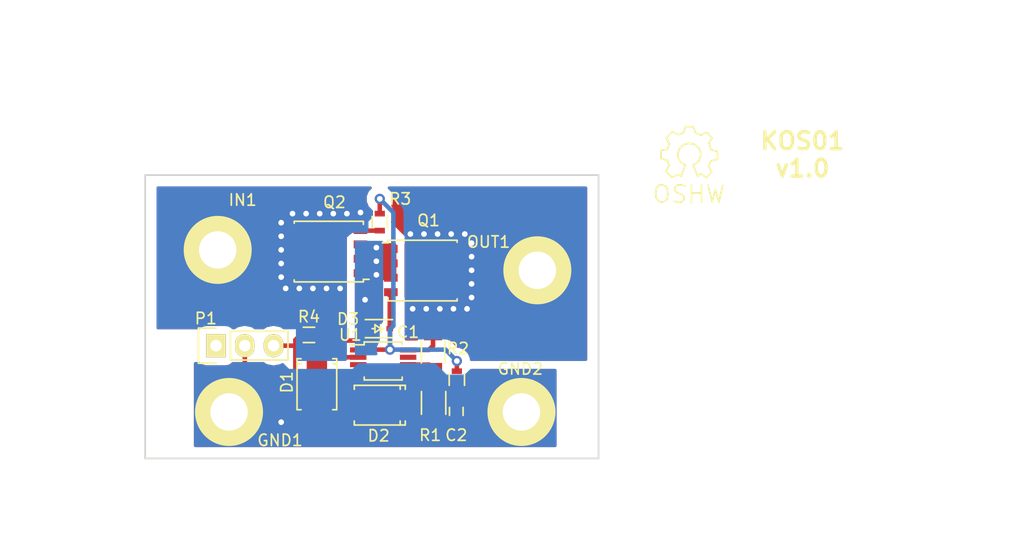
<source format=kicad_pcb>
(kicad_pcb (version 20171130) (host pcbnew "(5.1.12)-1")

  (general
    (thickness 1.6)
    (drawings 9)
    (tracks 59)
    (zones 0)
    (modules 54)
    (nets 12)
  )

  (page A4)
  (title_block
    (title "20A Ideal Diode LTC4359 5V-60V")
    (date 2017-02-25)
    (rev 1.0)
  )

  (layers
    (0 F.Cu signal)
    (31 B.Cu signal)
    (33 F.Adhes user)
    (35 F.Paste user)
    (37 F.SilkS user)
    (38 B.Mask user)
    (39 F.Mask user)
    (40 Dwgs.User user)
    (41 Cmts.User user)
    (44 Edge.Cuts user)
    (45 Margin user)
    (47 F.CrtYd user)
    (49 F.Fab user)
  )

  (setup
    (last_trace_width 0.4)
    (user_trace_width 0.4)
    (user_trace_width 0.7)
    (user_trace_width 1)
    (user_trace_width 1.5)
    (user_trace_width 2)
    (user_trace_width 4)
    (user_trace_width 10)
    (trace_clearance 0.2)
    (zone_clearance 0.7)
    (zone_45_only yes)
    (trace_min 0.4)
    (via_size 0.9)
    (via_drill 0.5)
    (via_min_size 0.9)
    (via_min_drill 0.5)
    (user_via 0.9 0.5)
    (uvia_size 0.3)
    (uvia_drill 0.1)
    (uvias_allowed no)
    (uvia_min_size 0.2)
    (uvia_min_drill 0.1)
    (edge_width 0.15)
    (segment_width 0.2)
    (pcb_text_width 0.3)
    (pcb_text_size 1.5 1.5)
    (mod_edge_width 0.15)
    (mod_text_size 1 1)
    (mod_text_width 0.15)
    (pad_size 0.59 0.45)
    (pad_drill 0)
    (pad_to_mask_clearance 0.1)
    (solder_mask_min_width 0.1)
    (aux_axis_origin 126 113.8)
    (grid_origin 126 113.8)
    (visible_elements 7FFFFFFF)
    (pcbplotparams
      (layerselection 0x010e8_80000001)
      (usegerberextensions true)
      (usegerberattributes true)
      (usegerberadvancedattributes true)
      (creategerberjobfile true)
      (excludeedgelayer false)
      (linewidth 0.100000)
      (plotframeref false)
      (viasonmask false)
      (mode 1)
      (useauxorigin true)
      (hpglpennumber 1)
      (hpglpenspeed 20)
      (hpglpendiameter 15.000000)
      (psnegative false)
      (psa4output false)
      (plotreference true)
      (plotvalue false)
      (plotinvisibletext false)
      (padsonsilk false)
      (subtractmaskfromsilk false)
      (outputformat 1)
      (mirror false)
      (drillshape 0)
      (scaleselection 1)
      (outputdirectory "gerbers/"))
  )

  (net 0 "")
  (net 1 /GATE)
  (net 2 /OUT)
  (net 3 "Net-(D1-Pad2)")
  (net 4 GND)
  (net 5 /VSS)
  (net 6 /IN)
  (net 7 "Net-(C2-Pad1)")
  (net 8 /SOURCE)
  (net 9 "Net-(Q2-Pad4)")
  (net 10 /~SHDN)
  (net 11 "Net-(P1-Pad1)")

  (net_class Default "This is the default net class."
    (clearance 0.2)
    (trace_width 0.4)
    (via_dia 0.9)
    (via_drill 0.5)
    (uvia_dia 0.3)
    (uvia_drill 0.1)
    (add_net /GATE)
    (add_net /IN)
    (add_net /OUT)
    (add_net /SOURCE)
    (add_net /VSS)
    (add_net /~SHDN)
    (add_net GND)
    (add_net "Net-(C2-Pad1)")
    (add_net "Net-(D1-Pad2)")
    (add_net "Net-(P1-Pad1)")
    (add_net "Net-(Q2-Pad4)")
  )

  (module _kb_footprint:via_0-9_0-5mm (layer F.Cu) (tedit 58B760F7) (tstamp 58B76B17)
    (at 145.4 99.8)
    (fp_text reference "" (at 0 0.5) (layer F.SilkS) hide
      (effects (font (size 1 1) (thickness 0.15)))
    )
    (fp_text value "" (at 0 -0.5) (layer F.Fab) hide
      (effects (font (size 1 1) (thickness 0.15)))
    )
    (pad 1 thru_hole circle (at 0 0) (size 0.9 0.9) (drill 0.5) (layers *.Cu)
      (net 8 /SOURCE))
  )

  (module _kb_footprint:via_0-9_0-5mm (layer F.Cu) (tedit 58B760F7) (tstamp 58B76B13)
    (at 146.4 97.6)
    (fp_text reference "" (at 0 0.5) (layer F.SilkS) hide
      (effects (font (size 1 1) (thickness 0.15)))
    )
    (fp_text value "" (at 0 -0.5) (layer F.Fab) hide
      (effects (font (size 1 1) (thickness 0.15)))
    )
    (pad 1 thru_hole circle (at 0 0) (size 0.9 0.9) (drill 0.5) (layers *.Cu)
      (net 8 /SOURCE))
  )

  (module _kb_footprint:via_0-9_0-5mm (layer F.Cu) (tedit 58B760F7) (tstamp 58B76B0F)
    (at 146.4 96.4)
    (fp_text reference "" (at 0 0.5) (layer F.SilkS) hide
      (effects (font (size 1 1) (thickness 0.15)))
    )
    (fp_text value "" (at 0 -0.5) (layer F.Fab) hide
      (effects (font (size 1 1) (thickness 0.15)))
    )
    (pad 1 thru_hole circle (at 0 0) (size 0.9 0.9) (drill 0.5) (layers *.Cu)
      (net 8 /SOURCE))
  )

  (module _kb_footprint:via_0-9_0-5mm (layer F.Cu) (tedit 58B760F7) (tstamp 58B7695E)
    (at 138.4 98.8)
    (fp_text reference "" (at 0 0.5) (layer F.SilkS) hide
      (effects (font (size 1 1) (thickness 0.15)))
    )
    (fp_text value "" (at 0 -0.5) (layer F.Fab) hide
      (effects (font (size 1 1) (thickness 0.15)))
    )
    (pad 1 thru_hole circle (at 0 0) (size 0.9 0.9) (drill 0.5) (layers *.Cu)
      (net 6 /IN))
  )

  (module _kb_footprint:via_0-9_0-5mm (layer F.Cu) (tedit 58B760F7) (tstamp 58B7695A)
    (at 139.6 98.8)
    (fp_text reference "" (at 0 0.5) (layer F.SilkS) hide
      (effects (font (size 1 1) (thickness 0.15)))
    )
    (fp_text value "" (at 0 -0.5) (layer F.Fab) hide
      (effects (font (size 1 1) (thickness 0.15)))
    )
    (pad 1 thru_hole circle (at 0 0) (size 0.9 0.9) (drill 0.5) (layers *.Cu)
      (net 6 /IN))
  )

  (module _kb_footprint:via_0-9_0-5mm (layer F.Cu) (tedit 58B760F7) (tstamp 58B76956)
    (at 140.8 98.8)
    (fp_text reference "" (at 0 0.5) (layer F.SilkS) hide
      (effects (font (size 1 1) (thickness 0.15)))
    )
    (fp_text value "" (at 0 -0.5) (layer F.Fab) hide
      (effects (font (size 1 1) (thickness 0.15)))
    )
    (pad 1 thru_hole circle (at 0 0) (size 0.9 0.9) (drill 0.5) (layers *.Cu)
      (net 6 /IN))
  )

  (module _kb_footprint:via_0-9_0-5mm (layer F.Cu) (tedit 58B760F7) (tstamp 58B76952)
    (at 142 98.8)
    (fp_text reference "" (at 0 0.5) (layer F.SilkS) hide
      (effects (font (size 1 1) (thickness 0.15)))
    )
    (fp_text value "" (at 0 -0.5) (layer F.Fab) hide
      (effects (font (size 1 1) (thickness 0.15)))
    )
    (pad 1 thru_hole circle (at 0 0) (size 0.9 0.9) (drill 0.5) (layers *.Cu)
      (net 6 /IN))
  )

  (module _kb_footprint:via_0-9_0-5mm (layer F.Cu) (tedit 58B760F7) (tstamp 58B7694E)
    (at 143.2 98.8)
    (fp_text reference "" (at 0 0.5) (layer F.SilkS) hide
      (effects (font (size 1 1) (thickness 0.15)))
    )
    (fp_text value "" (at 0 -0.5) (layer F.Fab) hide
      (effects (font (size 1 1) (thickness 0.15)))
    )
    (pad 1 thru_hole circle (at 0 0) (size 0.9 0.9) (drill 0.5) (layers *.Cu)
      (net 6 /IN))
  )

  (module _kb_footprint:via_0-9_0-5mm (layer F.Cu) (tedit 58B760F7) (tstamp 58B7694A)
    (at 138 97.8)
    (fp_text reference "" (at 0 0.5) (layer F.SilkS) hide
      (effects (font (size 1 1) (thickness 0.15)))
    )
    (fp_text value "" (at 0 -0.5) (layer F.Fab) hide
      (effects (font (size 1 1) (thickness 0.15)))
    )
    (pad 1 thru_hole circle (at 0 0) (size 0.9 0.9) (drill 0.5) (layers *.Cu)
      (net 6 /IN))
  )

  (module _kb_footprint:via_0-9_0-5mm (layer F.Cu) (tedit 58B760F7) (tstamp 58B76946)
    (at 138 96.6)
    (fp_text reference "" (at 0 0.5) (layer F.SilkS) hide
      (effects (font (size 1 1) (thickness 0.15)))
    )
    (fp_text value "" (at 0 -0.5) (layer F.Fab) hide
      (effects (font (size 1 1) (thickness 0.15)))
    )
    (pad 1 thru_hole circle (at 0 0) (size 0.9 0.9) (drill 0.5) (layers *.Cu)
      (net 6 /IN))
  )

  (module _kb_footprint:via_0-9_0-5mm (layer F.Cu) (tedit 58B760F7) (tstamp 58B76942)
    (at 138 95.4)
    (fp_text reference "" (at 0 0.5) (layer F.SilkS) hide
      (effects (font (size 1 1) (thickness 0.15)))
    )
    (fp_text value "" (at 0 -0.5) (layer F.Fab) hide
      (effects (font (size 1 1) (thickness 0.15)))
    )
    (pad 1 thru_hole circle (at 0 0) (size 0.9 0.9) (drill 0.5) (layers *.Cu)
      (net 6 /IN))
  )

  (module _kb_footprint:via_0-9_0-5mm (layer F.Cu) (tedit 58B760F7) (tstamp 58B7693E)
    (at 138 94.2)
    (fp_text reference "" (at 0 0.5) (layer F.SilkS) hide
      (effects (font (size 1 1) (thickness 0.15)))
    )
    (fp_text value "" (at 0 -0.5) (layer F.Fab) hide
      (effects (font (size 1 1) (thickness 0.15)))
    )
    (pad 1 thru_hole circle (at 0 0) (size 0.9 0.9) (drill 0.5) (layers *.Cu)
      (net 6 /IN))
  )

  (module _kb_footprint:via_0-9_0-5mm (layer F.Cu) (tedit 58B760F7) (tstamp 58B7692F)
    (at 138 93)
    (fp_text reference "" (at 0 0.5) (layer F.SilkS) hide
      (effects (font (size 1 1) (thickness 0.15)))
    )
    (fp_text value "" (at 0 -0.5) (layer F.Fab) hide
      (effects (font (size 1 1) (thickness 0.15)))
    )
    (pad 1 thru_hole circle (at 0 0) (size 0.9 0.9) (drill 0.5) (layers *.Cu)
      (net 6 /IN))
  )

  (module _kb_footprint:via_0-9_0-5mm (layer F.Cu) (tedit 58B760F7) (tstamp 58B7692B)
    (at 139 92.2)
    (fp_text reference "" (at 0 0.5) (layer F.SilkS) hide
      (effects (font (size 1 1) (thickness 0.15)))
    )
    (fp_text value "" (at 0 -0.5) (layer F.Fab) hide
      (effects (font (size 1 1) (thickness 0.15)))
    )
    (pad 1 thru_hole circle (at 0 0) (size 0.9 0.9) (drill 0.5) (layers *.Cu)
      (net 6 /IN))
  )

  (module _kb_footprint:via_0-9_0-5mm (layer F.Cu) (tedit 58B760F7) (tstamp 58B76927)
    (at 140.2 92.2)
    (fp_text reference "" (at 0 0.5) (layer F.SilkS) hide
      (effects (font (size 1 1) (thickness 0.15)))
    )
    (fp_text value "" (at 0 -0.5) (layer F.Fab) hide
      (effects (font (size 1 1) (thickness 0.15)))
    )
    (pad 1 thru_hole circle (at 0 0) (size 0.9 0.9) (drill 0.5) (layers *.Cu)
      (net 6 /IN))
  )

  (module _kb_footprint:via_0-9_0-5mm (layer F.Cu) (tedit 58B760F7) (tstamp 58B76923)
    (at 141.4 92.2)
    (fp_text reference "" (at 0 0.5) (layer F.SilkS) hide
      (effects (font (size 1 1) (thickness 0.15)))
    )
    (fp_text value "" (at 0 -0.5) (layer F.Fab) hide
      (effects (font (size 1 1) (thickness 0.15)))
    )
    (pad 1 thru_hole circle (at 0 0) (size 0.9 0.9) (drill 0.5) (layers *.Cu)
      (net 6 /IN))
  )

  (module _kb_footprint:via_0-9_0-5mm (layer F.Cu) (tedit 58B760F7) (tstamp 58B7691F)
    (at 142.6 92.2)
    (fp_text reference "" (at 0 0.5) (layer F.SilkS) hide
      (effects (font (size 1 1) (thickness 0.15)))
    )
    (fp_text value "" (at 0 -0.5) (layer F.Fab) hide
      (effects (font (size 1 1) (thickness 0.15)))
    )
    (pad 1 thru_hole circle (at 0 0) (size 0.9 0.9) (drill 0.5) (layers *.Cu)
      (net 6 /IN))
  )

  (module _kb_footprint:via_0-9_0-5mm (layer F.Cu) (tedit 58B760F7) (tstamp 58B76919)
    (at 143.8 92.2)
    (fp_text reference "" (at 0 0.5) (layer F.SilkS) hide
      (effects (font (size 1 1) (thickness 0.15)))
    )
    (fp_text value "" (at 0 -0.5) (layer F.Fab) hide
      (effects (font (size 1 1) (thickness 0.15)))
    )
    (pad 1 thru_hole circle (at 0 0) (size 0.9 0.9) (drill 0.5) (layers *.Cu)
      (net 6 /IN))
  )

  (module _kb_footprint:via_0-9_0-5mm (layer F.Cu) (tedit 58B760F7) (tstamp 58B76905)
    (at 149.6 100.6)
    (fp_text reference "" (at 0 0.5) (layer F.SilkS) hide
      (effects (font (size 1 1) (thickness 0.15)))
    )
    (fp_text value "" (at 0 -0.5) (layer F.Fab) hide
      (effects (font (size 1 1) (thickness 0.15)))
    )
    (pad 1 thru_hole circle (at 0 0) (size 0.9 0.9) (drill 0.5) (layers *.Cu)
      (net 2 /OUT))
  )

  (module _kb_footprint:via_0-9_0-5mm (layer F.Cu) (tedit 58B760F7) (tstamp 58B768FD)
    (at 150.8 100.6)
    (fp_text reference "" (at 0 0.5) (layer F.SilkS) hide
      (effects (font (size 1 1) (thickness 0.15)))
    )
    (fp_text value "" (at 0 -0.5) (layer F.Fab) hide
      (effects (font (size 1 1) (thickness 0.15)))
    )
    (pad 1 thru_hole circle (at 0 0) (size 0.9 0.9) (drill 0.5) (layers *.Cu)
      (net 2 /OUT))
  )

  (module _kb_footprint:via_0-9_0-5mm (layer F.Cu) (tedit 58B760F7) (tstamp 58B768F7)
    (at 154.2 94)
    (fp_text reference "" (at 0 0.5) (layer F.SilkS) hide
      (effects (font (size 1 1) (thickness 0.15)))
    )
    (fp_text value "" (at 0 -0.5) (layer F.Fab) hide
      (effects (font (size 1 1) (thickness 0.15)))
    )
    (pad 1 thru_hole circle (at 0 0) (size 0.9 0.9) (drill 0.5) (layers *.Cu)
      (net 2 /OUT))
  )

  (module _kb_footprint:via_0-9_0-5mm (layer F.Cu) (tedit 58B760F7) (tstamp 58B76396)
    (at 154.4 100.6)
    (fp_text reference "" (at 0 0.5) (layer F.SilkS) hide
      (effects (font (size 1 1) (thickness 0.15)))
    )
    (fp_text value "" (at 0 -0.5) (layer F.Fab) hide
      (effects (font (size 1 1) (thickness 0.15)))
    )
    (pad 1 thru_hole circle (at 0 0) (size 0.9 0.9) (drill 0.5) (layers *.Cu)
      (net 2 /OUT))
  )

  (module _kb_footprint:via_0-9_0-5mm (layer F.Cu) (tedit 58B760F7) (tstamp 58B76304)
    (at 146.4 95.2)
    (fp_text reference "" (at 0 0.5) (layer F.SilkS) hide
      (effects (font (size 1 1) (thickness 0.15)))
    )
    (fp_text value "" (at 0 -0.5) (layer F.Fab) hide
      (effects (font (size 1 1) (thickness 0.15)))
    )
    (pad 1 thru_hole circle (at 0 0) (size 0.9 0.9) (drill 0.5) (layers *.Cu)
      (net 8 /SOURCE))
  )

  (module _kb_footprint:via_0-9_0-5mm (layer F.Cu) (tedit 58B760F7) (tstamp 58B761DB)
    (at 145 92.1)
    (fp_text reference "" (at 0 0.5) (layer F.SilkS) hide
      (effects (font (size 1 1) (thickness 0.15)))
    )
    (fp_text value "" (at 0 -0.5) (layer F.Fab) hide
      (effects (font (size 1 1) (thickness 0.15)))
    )
    (pad 1 thru_hole circle (at 0 0) (size 0.9 0.9) (drill 0.5) (layers *.Cu)
      (net 6 /IN))
  )

  (module _kb_footprint:via_0-9_0-5mm (layer F.Cu) (tedit 58B760F7) (tstamp 58B761D7)
    (at 138 110.6)
    (fp_text reference "" (at 0 0.5) (layer F.SilkS) hide
      (effects (font (size 1 1) (thickness 0.15)))
    )
    (fp_text value "" (at 0 -0.5) (layer F.Fab) hide
      (effects (font (size 1 1) (thickness 0.15)))
    )
    (pad 1 thru_hole circle (at 0 0) (size 0.9 0.9) (drill 0.5) (layers *.Cu)
      (net 4 GND))
  )

  (module _kb_footprint:via_0-9_0-5mm (layer F.Cu) (tedit 58B760F7) (tstamp 58B761D3)
    (at 152 100.6)
    (fp_text reference "" (at 0 0.5) (layer F.SilkS) hide
      (effects (font (size 1 1) (thickness 0.15)))
    )
    (fp_text value "" (at 0 -0.5) (layer F.Fab) hide
      (effects (font (size 1 1) (thickness 0.15)))
    )
    (pad 1 thru_hole circle (at 0 0) (size 0.9 0.9) (drill 0.5) (layers *.Cu)
      (net 2 /OUT))
  )

  (module _kb_footprint:via_0-9_0-5mm (layer F.Cu) (tedit 58B760F7) (tstamp 58B761CF)
    (at 153.2 100.6)
    (fp_text reference "" (at 0 0.5) (layer F.SilkS) hide
      (effects (font (size 1 1) (thickness 0.15)))
    )
    (fp_text value "" (at 0 -0.5) (layer F.Fab) hide
      (effects (font (size 1 1) (thickness 0.15)))
    )
    (pad 1 thru_hole circle (at 0 0) (size 0.9 0.9) (drill 0.5) (layers *.Cu)
      (net 2 /OUT))
  )

  (module _kb_footprint:via_0-9_0-5mm (layer F.Cu) (tedit 58B760F7) (tstamp 58B761CB)
    (at 154.8 99.6)
    (fp_text reference "" (at 0 0.5) (layer F.SilkS) hide
      (effects (font (size 1 1) (thickness 0.15)))
    )
    (fp_text value "" (at 0 -0.5) (layer F.Fab) hide
      (effects (font (size 1 1) (thickness 0.15)))
    )
    (pad 1 thru_hole circle (at 0 0) (size 0.9 0.9) (drill 0.5) (layers *.Cu)
      (net 2 /OUT))
  )

  (module _kb_footprint:via_0-9_0-5mm (layer F.Cu) (tedit 58B760F7) (tstamp 58B761C7)
    (at 154.8 98.4)
    (fp_text reference "" (at 0 0.5) (layer F.SilkS) hide
      (effects (font (size 1 1) (thickness 0.15)))
    )
    (fp_text value "" (at 0 -0.5) (layer F.Fab) hide
      (effects (font (size 1 1) (thickness 0.15)))
    )
    (pad 1 thru_hole circle (at 0 0) (size 0.9 0.9) (drill 0.5) (layers *.Cu)
      (net 2 /OUT))
  )

  (module _kb_footprint:via_0-9_0-5mm (layer F.Cu) (tedit 58B760F7) (tstamp 58B761C3)
    (at 154.8 97.2)
    (fp_text reference "" (at 0 0.5) (layer F.SilkS) hide
      (effects (font (size 1 1) (thickness 0.15)))
    )
    (fp_text value "" (at 0 -0.5) (layer F.Fab) hide
      (effects (font (size 1 1) (thickness 0.15)))
    )
    (pad 1 thru_hole circle (at 0 0) (size 0.9 0.9) (drill 0.5) (layers *.Cu)
      (net 2 /OUT))
  )

  (module _kb_footprint:via_0-9_0-5mm (layer F.Cu) (tedit 58B760F7) (tstamp 58B761BF)
    (at 154.8 96)
    (fp_text reference "" (at 0 0.5) (layer F.SilkS) hide
      (effects (font (size 1 1) (thickness 0.15)))
    )
    (fp_text value "" (at 0 -0.5) (layer F.Fab) hide
      (effects (font (size 1 1) (thickness 0.15)))
    )
    (pad 1 thru_hole circle (at 0 0) (size 0.9 0.9) (drill 0.5) (layers *.Cu)
      (net 2 /OUT))
  )

  (module _kb_footprint:via_0-9_0-5mm (layer F.Cu) (tedit 58B760F7) (tstamp 58B761BB)
    (at 154.8 94.8)
    (fp_text reference "" (at 0 0.5) (layer F.SilkS) hide
      (effects (font (size 1 1) (thickness 0.15)))
    )
    (fp_text value "" (at 0 -0.5) (layer F.Fab) hide
      (effects (font (size 1 1) (thickness 0.15)))
    )
    (pad 1 thru_hole circle (at 0 0) (size 0.9 0.9) (drill 0.5) (layers *.Cu)
      (net 2 /OUT))
  )

  (module _kb_footprint:via_0-9_0-5mm (layer F.Cu) (tedit 58B760F7) (tstamp 58B761B3)
    (at 153 94)
    (fp_text reference "" (at 0 0.5) (layer F.SilkS) hide
      (effects (font (size 1 1) (thickness 0.15)))
    )
    (fp_text value "" (at 0 -0.5) (layer F.Fab) hide
      (effects (font (size 1 1) (thickness 0.15)))
    )
    (pad 1 thru_hole circle (at 0 0) (size 0.9 0.9) (drill 0.5) (layers *.Cu)
      (net 2 /OUT))
  )

  (module _kb_footprint:via_0-9_0-5mm (layer F.Cu) (tedit 58B760F7) (tstamp 58B761AF)
    (at 151.8 94)
    (fp_text reference "" (at 0 0.5) (layer F.SilkS) hide
      (effects (font (size 1 1) (thickness 0.15)))
    )
    (fp_text value "" (at 0 -0.5) (layer F.Fab) hide
      (effects (font (size 1 1) (thickness 0.15)))
    )
    (pad 1 thru_hole circle (at 0 0) (size 0.9 0.9) (drill 0.5) (layers *.Cu)
      (net 2 /OUT))
  )

  (module _kb_footprint:via_0-9_0-5mm (layer F.Cu) (tedit 58B760F7) (tstamp 58B761AB)
    (at 150.6 94)
    (fp_text reference "" (at 0 0.5) (layer F.SilkS) hide
      (effects (font (size 1 1) (thickness 0.15)))
    )
    (fp_text value "" (at 0 -0.5) (layer F.Fab) hide
      (effects (font (size 1 1) (thickness 0.15)))
    )
    (pad 1 thru_hole circle (at 0 0) (size 0.9 0.9) (drill 0.5) (layers *.Cu)
      (net 2 /OUT))
  )

  (module Diodes_SMD:SOD-323 (layer F.Cu) (tedit 58B76ED1) (tstamp 569D6786)
    (at 146.525 102.35 180)
    (descr SOD-323)
    (tags SOD-323)
    (path /569D67BD)
    (attr smd)
    (fp_text reference D3 (at 2.625 0.85 180) (layer F.SilkS)
      (effects (font (size 1 1) (thickness 0.15)))
    )
    (fp_text value MM3Z16VT1 (at 23.3 6.4 180) (layer F.Fab)
      (effects (font (size 1 1) (thickness 0.15)))
    )
    (fp_line (start -1.3 -0.8) (end 1.1 -0.8) (layer F.SilkS) (width 0.15))
    (fp_line (start -1.3 0.8) (end 1.1 0.8) (layer F.SilkS) (width 0.15))
    (fp_line (start -1.5 -0.95) (end -1.5 0.95) (layer F.CrtYd) (width 0.05))
    (fp_line (start -1.5 0.95) (end 1.5 0.95) (layer F.CrtYd) (width 0.05))
    (fp_line (start 1.5 -0.95) (end 1.5 0.95) (layer F.CrtYd) (width 0.05))
    (fp_line (start -1.5 -0.95) (end 1.5 -0.95) (layer F.CrtYd) (width 0.05))
    (fp_line (start -0.25 -0.35) (end -0.25 0.35) (layer F.SilkS) (width 0.15))
    (fp_line (start 0.25 0.35) (end -0.25 0) (layer F.SilkS) (width 0.15))
    (fp_line (start 0.25 -0.35) (end 0.25 0.35) (layer F.SilkS) (width 0.15))
    (fp_line (start -0.25 0) (end 0.25 -0.35) (layer F.SilkS) (width 0.15))
    (fp_line (start -0.25 0) (end -0.5 0) (layer F.SilkS) (width 0.15))
    (fp_line (start 0.25 0) (end 0.5 0) (layer F.SilkS) (width 0.15))
    (pad 1 smd rect (at -1.055 0 180) (size 0.59 0.45) (layers F.Cu F.Paste F.Mask)
      (net 1 /GATE))
    (pad 2 smd rect (at 1.055 0 180) (size 0.59 0.45) (layers F.Cu F.Paste F.Mask)
      (net 8 /SOURCE) (zone_connect 1))
    (model _kb.3dshapes/sod323.wrl
      (at (xyz 0 0 0))
      (scale (xyz 1 1 1))
      (rotate (xyz 0 0 180))
    )
  )

  (module _kb_footprint:via_0-9_0-5mm (layer F.Cu) (tedit 58B760F7) (tstamp 56A29E8E)
    (at 149.4 94)
    (fp_text reference "" (at 0 0.5) (layer F.SilkS) hide
      (effects (font (size 1 1) (thickness 0.15)))
    )
    (fp_text value "" (at 0 -0.5) (layer F.Fab) hide
      (effects (font (size 1 1) (thickness 0.15)))
    )
    (pad 1 thru_hole circle (at 0 0) (size 0.9 0.9) (drill 0.5) (layers *.Cu)
      (net 2 /OUT))
  )

  (module Diodes_SMD:SMA_Standard (layer F.Cu) (tedit 569ED5F4) (tstamp 569BEDEC)
    (at 141.15 107.25 270)
    (descr "Diode SMA")
    (tags "Diode SMA")
    (path /569A7C85)
    (attr smd)
    (fp_text reference D1 (at -0.175 2.65 270) (layer F.SilkS)
      (effects (font (size 1 1) (thickness 0.15)))
    )
    (fp_text value SMAJ60A (at 3.8 18.7 270) (layer F.Fab)
      (effects (font (size 1 1) (thickness 0.15)))
    )
    (fp_line (start -2.25044 -1.75006) (end 2.25044 -1.75006) (layer F.SilkS) (width 0.15))
    (fp_line (start -2.25044 1.75006) (end 2.25044 1.75006) (layer F.SilkS) (width 0.15))
    (fp_line (start 2.25044 -1.75006) (end 2.25044 -1.39954) (layer F.SilkS) (width 0.15))
    (fp_line (start -2.25044 -1.75006) (end -2.25044 -1.39954) (layer F.SilkS) (width 0.15))
    (fp_line (start -2.25044 1.75006) (end -2.25044 1.39954) (layer F.SilkS) (width 0.15))
    (fp_line (start 2.25044 1.75006) (end 2.25044 1.39954) (layer F.SilkS) (width 0.15))
    (fp_line (start -1.79914 -1.75006) (end -1.79914 -1.39954) (layer F.SilkS) (width 0.15))
    (fp_line (start -1.79914 1.75006) (end -1.79914 1.39954) (layer F.SilkS) (width 0.15))
    (fp_circle (center 0 0) (end 0.20066 -0.0508) (layer F.Adhes) (width 0.381))
    (fp_line (start -3.5 2) (end -3.5 -2) (layer F.CrtYd) (width 0.05))
    (fp_line (start 3.5 2) (end -3.5 2) (layer F.CrtYd) (width 0.05))
    (fp_line (start 3.5 -2) (end 3.5 2) (layer F.CrtYd) (width 0.05))
    (fp_line (start -3.5 -2) (end 3.5 -2) (layer F.CrtYd) (width 0.05))
    (pad 1 smd rect (at -1.99898 0 270) (size 2.49936 1.80086) (layers F.Cu F.Paste F.Mask)
      (net 6 /IN))
    (pad 2 smd rect (at 1.99898 0 270) (size 2.49936 1.80086) (layers F.Cu F.Paste F.Mask)
      (net 3 "Net-(D1-Pad2)"))
    (model Diodes_SMD.3dshapes/SMA_Standard.wrl
      (at (xyz 0 0 0))
      (scale (xyz 0.3937 0.3937 0.3937))
      (rotate (xyz 0 0 180))
    )
  )

  (module Housings_SSOP:MSOP-8_3x3mm_Pitch0.65mm (layer F.Cu) (tedit 56A2A439) (tstamp 569A6B30)
    (at 147 105.2)
    (descr "8-Lead Plastic Micro Small Outline Package (MS) [MSOP] (see Microchip Packaging Specification 00000049BS.pdf)")
    (tags "SSOP 0.65")
    (path /569A69C3)
    (attr smd)
    (fp_text reference U1 (at -2.9 -2.3) (layer F.SilkS)
      (effects (font (size 1 1) (thickness 0.15)))
    )
    (fp_text value LTC4359 (at -28 9.5) (layer F.Fab)
      (effects (font (size 1 1) (thickness 0.15)))
    )
    (fp_line (start -1.675 -1.425) (end -2.925 -1.425) (layer F.SilkS) (width 0.15))
    (fp_line (start -1.675 1.675) (end 1.675 1.675) (layer F.SilkS) (width 0.15))
    (fp_line (start -1.675 -1.675) (end 1.675 -1.675) (layer F.SilkS) (width 0.15))
    (fp_line (start -1.675 1.675) (end -1.675 1.425) (layer F.SilkS) (width 0.15))
    (fp_line (start 1.675 1.675) (end 1.675 1.425) (layer F.SilkS) (width 0.15))
    (fp_line (start 1.675 -1.675) (end 1.675 -1.425) (layer F.SilkS) (width 0.15))
    (fp_line (start -1.675 -1.675) (end -1.675 -1.425) (layer F.SilkS) (width 0.15))
    (fp_line (start -3.2 1.85) (end 3.2 1.85) (layer F.CrtYd) (width 0.05))
    (fp_line (start -3.2 -1.85) (end 3.2 -1.85) (layer F.CrtYd) (width 0.05))
    (fp_line (start 3.2 -1.85) (end 3.2 1.85) (layer F.CrtYd) (width 0.05))
    (fp_line (start -3.2 -1.85) (end -3.2 1.85) (layer F.CrtYd) (width 0.05))
    (pad 1 smd rect (at -2.2 -0.975) (size 1.45 0.45) (layers F.Cu F.Paste F.Mask)
      (net 1 /GATE))
    (pad 2 smd rect (at -2.2 -0.325) (size 1.45 0.45) (layers F.Cu F.Paste F.Mask)
      (net 8 /SOURCE))
    (pad 3 smd rect (at -2.2 0.325) (size 1.45 0.45) (layers F.Cu F.Paste F.Mask))
    (pad 4 smd rect (at -2.2 0.975) (size 1.45 0.45) (layers F.Cu F.Paste F.Mask)
      (net 6 /IN))
    (pad 5 smd rect (at 2.2 0.975) (size 1.45 0.45) (layers F.Cu F.Paste F.Mask)
      (net 10 /~SHDN))
    (pad 6 smd rect (at 2.2 0.325) (size 1.45 0.45) (layers F.Cu F.Paste F.Mask)
      (net 5 /VSS))
    (pad 7 smd rect (at 2.2 -0.325) (size 1.45 0.45) (layers F.Cu F.Paste F.Mask))
    (pad 8 smd rect (at 2.2 -0.975) (size 1.45 0.45) (layers F.Cu F.Paste F.Mask)
      (net 2 /OUT))
    (model Housings_SSOP.3dshapes/MSOP-8_3x3mm_Pitch0.65mm.wrl
      (at (xyz 0 0 0))
      (scale (xyz 1 1 1))
      (rotate (xyz 0 0 0))
    )
  )

  (module _kb_footprint:TDSON-8-1 (layer F.Cu) (tedit 56A24A8C) (tstamp 569BD73F)
    (at 150.475 97.225)
    (tags SuperSO8,PG-TDSON-8-1,Infineon)
    (path /569A7478)
    (fp_text reference Q1 (at 0.525 -4.425) (layer F.SilkS)
      (effects (font (size 1 1) (thickness 0.15)))
    )
    (fp_text value BSC028N06NS (at -2.2 -10.7) (layer F.Fab)
      (effects (font (size 1 1) (thickness 0.15)))
    )
    (fp_line (start 3.05 2.675) (end 3.05 -2.675) (layer F.Fab) (width 0.15))
    (fp_line (start 3.05 -2.675) (end -3.05 -2.675) (layer F.SilkS) (width 0.15))
    (fp_line (start -3.05 -2.675) (end -3.05 2.675) (layer F.Fab) (width 0.15))
    (fp_line (start -3.05 2.675) (end 3.05 2.675) (layer F.SilkS) (width 0.15))
    (fp_line (start -3.048 -1.778) (end -2.159 -2.667) (layer F.Fab) (width 0.15))
    (fp_line (start 3.65 2.925) (end -3.65 2.925) (layer F.CrtYd) (width 0.05))
    (fp_line (start 3.65 -2.925) (end 3.65 2.925) (layer F.CrtYd) (width 0.05))
    (fp_line (start -3.65 -2.925) (end 3.65 -2.925) (layer F.CrtYd) (width 0.05))
    (fp_line (start -3.65 2.925) (end -3.65 -2.925) (layer F.CrtYd) (width 0.05))
    (fp_line (start 3.05 -2.675) (end -3.05 -2.675) (layer F.Fab) (width 0.15))
    (fp_line (start -3.05 2.675) (end 3.05 2.675) (layer F.Fab) (width 0.15))
    (fp_line (start -3.05 -2.45) (end -3.55 -2.45) (layer F.SilkS) (width 0.15))
    (fp_line (start 3.05 -2.65) (end 3.05 -2.5) (layer F.SilkS) (width 0.15))
    (fp_line (start 3.05 2.65) (end 3.05 2.5) (layer F.SilkS) (width 0.15))
    (fp_line (start -3.05 2.65) (end -3.05 2.4) (layer F.SilkS) (width 0.15))
    (fp_line (start -3.05 -2.45) (end -3.05 -2.55) (layer F.SilkS) (width 0.15))
    (fp_line (start -3.05 -2.65) (end -3.05 -2.45) (layer F.SilkS) (width 0.15))
    (pad 7 smd rect (at 0.65 -1.35) (size 4.5 0.65) (layers F.Cu F.Paste F.Mask)
      (net 2 /OUT))
    (pad 6 smd rect (at 0.65 0) (size 4.5 0.65) (layers F.Cu F.Paste F.Mask)
      (net 2 /OUT))
    (pad 6 smd rect (at 0.9 0.675) (size 5 0.7) (layers F.Cu F.Paste F.Mask)
      (net 2 /OUT))
    (pad 7 smd rect (at 0.9 -0.675) (size 5 0.7) (layers F.Cu F.Paste F.Mask)
      (net 2 /OUT))
    (pad 8 smd rect (at 0.9 -2.025) (size 5 0.7) (layers F.Cu F.Paste F.Mask)
      (net 2 /OUT))
    (pad 5 smd rect (at 0.9 2.025) (size 5 0.7) (layers F.Cu F.Paste F.Mask)
      (net 2 /OUT))
    (pad 5 smd rect (at 0.65 1.35) (size 4.5 0.65) (layers F.Cu F.Paste F.Mask)
      (net 2 /OUT))
    (pad 1 smd rect (at -2.8 -1.905) (size 1.2 0.7) (layers F.Cu F.Paste F.Mask)
      (net 8 /SOURCE))
    (pad 2 smd rect (at -2.8 -0.635) (size 1.2 0.7) (layers F.Cu F.Paste F.Mask)
      (net 8 /SOURCE))
    (pad 3 smd rect (at -2.8 0.635) (size 1.2 0.7) (layers F.Cu F.Paste F.Mask)
      (net 8 /SOURCE))
    (pad 4 smd rect (at -2.8 1.905) (size 1.2 0.7) (layers F.Cu F.Paste F.Mask)
      (net 1 /GATE))
    (model _kb.3dshapes/TDSON-8-1.wrl
      (at (xyz 0 0 0))
      (scale (xyz 0.3937 0.3937 0.3937))
      (rotate (xyz 0 0 270))
    )
  )

  (module Diodes_SMD:SMA_Standard (layer F.Cu) (tedit 569ED655) (tstamp 569BEE22)
    (at 146.7 109.1 180)
    (descr "Diode SMA")
    (tags "Diode SMA")
    (path /569A7D33)
    (attr smd)
    (fp_text reference D2 (at 0.1 -2.7 180) (layer F.SilkS)
      (effects (font (size 1 1) (thickness 0.15)))
    )
    (fp_text value SMAJ24A (at -22.4 5.4 180) (layer F.Fab)
      (effects (font (size 1 1) (thickness 0.15)))
    )
    (fp_line (start -2.25044 -1.75006) (end 2.25044 -1.75006) (layer F.SilkS) (width 0.15))
    (fp_line (start -2.25044 1.75006) (end 2.25044 1.75006) (layer F.SilkS) (width 0.15))
    (fp_line (start 2.25044 -1.75006) (end 2.25044 -1.39954) (layer F.SilkS) (width 0.15))
    (fp_line (start -2.25044 -1.75006) (end -2.25044 -1.39954) (layer F.SilkS) (width 0.15))
    (fp_line (start -2.25044 1.75006) (end -2.25044 1.39954) (layer F.SilkS) (width 0.15))
    (fp_line (start 2.25044 1.75006) (end 2.25044 1.39954) (layer F.SilkS) (width 0.15))
    (fp_line (start -1.79914 -1.75006) (end -1.79914 -1.39954) (layer F.SilkS) (width 0.15))
    (fp_line (start -1.79914 1.75006) (end -1.79914 1.39954) (layer F.SilkS) (width 0.15))
    (fp_circle (center 0 0) (end 0.20066 -0.0508) (layer F.Adhes) (width 0.381))
    (fp_line (start -3.5 2) (end -3.5 -2) (layer F.CrtYd) (width 0.05))
    (fp_line (start 3.5 2) (end -3.5 2) (layer F.CrtYd) (width 0.05))
    (fp_line (start 3.5 -2) (end 3.5 2) (layer F.CrtYd) (width 0.05))
    (fp_line (start -3.5 -2) (end 3.5 -2) (layer F.CrtYd) (width 0.05))
    (pad 1 smd rect (at -1.99898 0 180) (size 2.49936 1.80086) (layers F.Cu F.Paste F.Mask)
      (net 5 /VSS))
    (pad 2 smd rect (at 1.99898 0 180) (size 2.49936 1.80086) (layers F.Cu F.Paste F.Mask)
      (net 3 "Net-(D1-Pad2)"))
    (model Diodes_SMD.3dshapes/SMA_Standard.wrl
      (at (xyz 0 0 0))
      (scale (xyz 0.3937 0.3937 0.3937))
      (rotate (xyz 0 0 180))
    )
  )

  (module _kb_footprint:TDSON-8-1 (layer F.Cu) (tedit 56A2A458) (tstamp 569D67A6)
    (at 142.2 95.55 180)
    (tags SuperSO8,PG-TDSON-8-1,Infineon)
    (path /569D5F8D)
    (fp_text reference Q2 (at -0.5 4.35 180) (layer F.SilkS)
      (effects (font (size 1 1) (thickness 0.15)))
    )
    (fp_text value BSC028N06NS (at 8.2 9.2 180) (layer F.Fab)
      (effects (font (size 1 1) (thickness 0.15)))
    )
    (fp_line (start 3.05 2.675) (end 3.05 -2.675) (layer F.Fab) (width 0.15))
    (fp_line (start 3.05 -2.675) (end -3.05 -2.675) (layer F.SilkS) (width 0.15))
    (fp_line (start -3.05 -2.675) (end -3.05 2.675) (layer F.Fab) (width 0.15))
    (fp_line (start -3.05 2.675) (end 3.05 2.675) (layer F.SilkS) (width 0.15))
    (fp_line (start -3.048 -1.778) (end -2.159 -2.667) (layer F.Fab) (width 0.15))
    (fp_line (start 3.65 2.925) (end -3.65 2.925) (layer F.CrtYd) (width 0.05))
    (fp_line (start 3.65 -2.925) (end 3.65 2.925) (layer F.CrtYd) (width 0.05))
    (fp_line (start -3.65 -2.925) (end 3.65 -2.925) (layer F.CrtYd) (width 0.05))
    (fp_line (start -3.65 2.925) (end -3.65 -2.925) (layer F.CrtYd) (width 0.05))
    (fp_line (start 3.05 -2.675) (end -3.05 -2.675) (layer F.Fab) (width 0.15))
    (fp_line (start -3.05 2.675) (end 3.05 2.675) (layer F.Fab) (width 0.15))
    (fp_line (start -3.05 -2.45) (end -3.55 -2.45) (layer F.SilkS) (width 0.15))
    (fp_line (start 3.05 -2.65) (end 3.05 -2.5) (layer F.SilkS) (width 0.15))
    (fp_line (start 3.05 2.65) (end 3.05 2.5) (layer F.SilkS) (width 0.15))
    (fp_line (start -3.05 2.65) (end -3.05 2.4) (layer F.SilkS) (width 0.15))
    (fp_line (start -3.05 -2.45) (end -3.05 -2.55) (layer F.SilkS) (width 0.15))
    (fp_line (start -3.05 -2.65) (end -3.05 -2.45) (layer F.SilkS) (width 0.15))
    (pad 7 smd rect (at 0.65 -1.35 180) (size 4.5 0.65) (layers F.Cu F.Paste F.Mask)
      (net 6 /IN))
    (pad 6 smd rect (at 0.65 0 180) (size 4.5 0.65) (layers F.Cu F.Paste F.Mask)
      (net 6 /IN))
    (pad 6 smd rect (at 0.9 0.675 180) (size 5 0.7) (layers F.Cu F.Paste F.Mask)
      (net 6 /IN))
    (pad 7 smd rect (at 0.9 -0.675 180) (size 5 0.7) (layers F.Cu F.Paste F.Mask)
      (net 6 /IN))
    (pad 8 smd rect (at 0.9 -2.025 180) (size 5 0.7) (layers F.Cu F.Paste F.Mask)
      (net 6 /IN))
    (pad 5 smd rect (at 0.9 2.025 180) (size 5 0.7) (layers F.Cu F.Paste F.Mask)
      (net 6 /IN))
    (pad 5 smd rect (at 0.65 1.35 180) (size 4.5 0.65) (layers F.Cu F.Paste F.Mask)
      (net 6 /IN))
    (pad 1 smd rect (at -2.8 -1.905 180) (size 1.2 0.7) (layers F.Cu F.Paste F.Mask)
      (net 8 /SOURCE))
    (pad 2 smd rect (at -2.8 -0.635 180) (size 1.2 0.7) (layers F.Cu F.Paste F.Mask)
      (net 8 /SOURCE))
    (pad 3 smd rect (at -2.8 0.635 180) (size 1.2 0.7) (layers F.Cu F.Paste F.Mask)
      (net 8 /SOURCE))
    (pad 4 smd rect (at -2.8 1.905 180) (size 1.2 0.7) (layers F.Cu F.Paste F.Mask)
      (net 9 "Net-(Q2-Pad4)"))
    (model _kb.3dshapes/TDSON-8-1.wrl
      (at (xyz 0 0 0))
      (scale (xyz 0.3937 0.3937 0.3937))
      (rotate (xyz 0 0 270))
    )
  )

  (module Capacitors_SMD:C_0603 (layer F.Cu) (tedit 58B76EAC) (tstamp 569D879D)
    (at 153.45 109.65 270)
    (descr "Capacitor SMD 0603, reflow soldering, AVX (see smccp.pdf)")
    (tags "capacitor 0603")
    (path /569D7AEE)
    (attr smd)
    (fp_text reference C2 (at 2.1 0) (layer F.SilkS)
      (effects (font (size 1 1) (thickness 0.15)))
    )
    (fp_text value 10n (at 9.05 5.1 270) (layer F.Fab)
      (effects (font (size 1 1) (thickness 0.15)))
    )
    (fp_line (start 0.35 0.6) (end -0.35 0.6) (layer F.SilkS) (width 0.15))
    (fp_line (start -0.35 -0.6) (end 0.35 -0.6) (layer F.SilkS) (width 0.15))
    (fp_line (start 1.45 -0.75) (end 1.45 0.75) (layer F.CrtYd) (width 0.05))
    (fp_line (start -1.45 -0.75) (end -1.45 0.75) (layer F.CrtYd) (width 0.05))
    (fp_line (start -1.45 0.75) (end 1.45 0.75) (layer F.CrtYd) (width 0.05))
    (fp_line (start -1.45 -0.75) (end 1.45 -0.75) (layer F.CrtYd) (width 0.05))
    (pad 1 smd rect (at -0.75 0 270) (size 0.8 0.75) (layers F.Cu F.Paste F.Mask)
      (net 7 "Net-(C2-Pad1)"))
    (pad 2 smd rect (at 0.75 0 270) (size 0.8 0.75) (layers F.Cu F.Paste F.Mask)
      (net 4 GND) (zone_connect 1))
    (model Capacitors_SMD.3dshapes/C_0603.wrl
      (at (xyz 0 0 0))
      (scale (xyz 1 1 1))
      (rotate (xyz 0 0 0))
    )
  )

  (module Resistors_SMD:R_1206 (layer F.Cu) (tedit 58B76EB2) (tstamp 569D87A8)
    (at 151.45 108.9 270)
    (descr "Resistor SMD 1206, reflow soldering, Vishay (see dcrcw.pdf)")
    (tags "resistor 1206")
    (path /569A6E88)
    (attr smd)
    (fp_text reference R1 (at 2.85 0.3) (layer F.SilkS)
      (effects (font (size 1 1) (thickness 0.15)))
    )
    (fp_text value 3k6 (at 0.9 -14.55 270) (layer F.Fab)
      (effects (font (size 1 1) (thickness 0.15)))
    )
    (fp_line (start -1 -1.075) (end 1 -1.075) (layer F.SilkS) (width 0.15))
    (fp_line (start 1 1.075) (end -1 1.075) (layer F.SilkS) (width 0.15))
    (fp_line (start 2.2 -1.2) (end 2.2 1.2) (layer F.CrtYd) (width 0.05))
    (fp_line (start -2.2 -1.2) (end -2.2 1.2) (layer F.CrtYd) (width 0.05))
    (fp_line (start -2.2 1.2) (end 2.2 1.2) (layer F.CrtYd) (width 0.05))
    (fp_line (start -2.2 -1.2) (end 2.2 -1.2) (layer F.CrtYd) (width 0.05))
    (pad 1 smd rect (at -1.45 0 270) (size 0.9 1.7) (layers F.Cu F.Paste F.Mask)
      (net 5 /VSS))
    (pad 2 smd rect (at 1.45 0 270) (size 0.9 1.7) (layers F.Cu F.Paste F.Mask)
      (net 4 GND) (zone_connect 1))
    (model Resistors_SMD.3dshapes/R_1206.wrl
      (at (xyz 0 0 0))
      (scale (xyz 1 1 1))
      (rotate (xyz 0 0 0))
    )
  )

  (module Resistors_SMD:R_0603 (layer F.Cu) (tedit 56A392D3) (tstamp 569D87B3)
    (at 153.5 106.85 270)
    (descr "Resistor SMD 0603, reflow soldering, Vishay (see dcrcw.pdf)")
    (tags "resistor 0603")
    (path /569D7A1E)
    (attr smd)
    (fp_text reference R2 (at -2.75 -0.1) (layer F.SilkS)
      (effects (font (size 1 1) (thickness 0.15)))
    )
    (fp_text value 10k (at 0.55 -16.6 270) (layer F.Fab)
      (effects (font (size 1 1) (thickness 0.15)))
    )
    (fp_line (start -0.5 -0.675) (end 0.5 -0.675) (layer F.SilkS) (width 0.15))
    (fp_line (start 0.5 0.675) (end -0.5 0.675) (layer F.SilkS) (width 0.15))
    (fp_line (start 1.3 -0.8) (end 1.3 0.8) (layer F.CrtYd) (width 0.05))
    (fp_line (start -1.3 -0.8) (end -1.3 0.8) (layer F.CrtYd) (width 0.05))
    (fp_line (start -1.3 0.8) (end 1.3 0.8) (layer F.CrtYd) (width 0.05))
    (fp_line (start -1.3 -0.8) (end 1.3 -0.8) (layer F.CrtYd) (width 0.05))
    (pad 1 smd rect (at -0.75 0 270) (size 0.5 0.9) (layers F.Cu F.Paste F.Mask)
      (net 1 /GATE))
    (pad 2 smd rect (at 0.75 0 270) (size 0.5 0.9) (layers F.Cu F.Paste F.Mask)
      (net 7 "Net-(C2-Pad1)"))
    (model Resistors_SMD.3dshapes/R_0603.wrl
      (at (xyz 0 0 0))
      (scale (xyz 1 1 1))
      (rotate (xyz 0 0 0))
    )
  )

  (module Resistors_SMD:R_0603 (layer F.Cu) (tedit 56A24A2F) (tstamp 569D87BE)
    (at 146.7 92.95 90)
    (descr "Resistor SMD 0603, reflow soldering, Vishay (see dcrcw.pdf)")
    (tags "resistor 0603")
    (path /569D78C7)
    (attr smd)
    (fp_text reference R3 (at 2.05 1.8 180) (layer F.SilkS)
      (effects (font (size 1 1) (thickness 0.15)))
    )
    (fp_text value 10R (at 7 9.35 90) (layer F.Fab)
      (effects (font (size 1 1) (thickness 0.15)))
    )
    (fp_line (start -0.5 -0.675) (end 0.5 -0.675) (layer F.SilkS) (width 0.15))
    (fp_line (start 0.5 0.675) (end -0.5 0.675) (layer F.SilkS) (width 0.15))
    (fp_line (start 1.3 -0.8) (end 1.3 0.8) (layer F.CrtYd) (width 0.05))
    (fp_line (start -1.3 -0.8) (end -1.3 0.8) (layer F.CrtYd) (width 0.05))
    (fp_line (start -1.3 0.8) (end 1.3 0.8) (layer F.CrtYd) (width 0.05))
    (fp_line (start -1.3 -0.8) (end 1.3 -0.8) (layer F.CrtYd) (width 0.05))
    (pad 1 smd rect (at -0.75 0 90) (size 0.5 0.9) (layers F.Cu F.Paste F.Mask)
      (net 9 "Net-(Q2-Pad4)"))
    (pad 2 smd rect (at 0.75 0 90) (size 0.5 0.9) (layers F.Cu F.Paste F.Mask)
      (net 1 /GATE))
    (model Resistors_SMD.3dshapes/R_0603.wrl
      (at (xyz 0 0 0))
      (scale (xyz 1 1 1))
      (rotate (xyz 0 0 0))
    )
  )

  (module Resistors_SMD:R_0603 (layer F.Cu) (tedit 58B76EC3) (tstamp 569D87C9)
    (at 140.45 102.9 180)
    (descr "Resistor SMD 0603, reflow soldering, Vishay (see dcrcw.pdf)")
    (tags "resistor 0603")
    (path /569DA1AF)
    (attr smd)
    (fp_text reference R4 (at 0 1.6) (layer F.SilkS)
      (effects (font (size 1 1) (thickness 0.15)))
    )
    (fp_text value 1M (at 17.25 -1.65 180) (layer F.Fab)
      (effects (font (size 1 1) (thickness 0.15)))
    )
    (fp_line (start -0.5 -0.675) (end 0.5 -0.675) (layer F.SilkS) (width 0.15))
    (fp_line (start 0.5 0.675) (end -0.5 0.675) (layer F.SilkS) (width 0.15))
    (fp_line (start 1.3 -0.8) (end 1.3 0.8) (layer F.CrtYd) (width 0.05))
    (fp_line (start -1.3 -0.8) (end -1.3 0.8) (layer F.CrtYd) (width 0.05))
    (fp_line (start -1.3 0.8) (end 1.3 0.8) (layer F.CrtYd) (width 0.05))
    (fp_line (start -1.3 -0.8) (end 1.3 -0.8) (layer F.CrtYd) (width 0.05))
    (pad 1 smd rect (at -0.75 0 180) (size 0.5 0.9) (layers F.Cu F.Paste F.Mask)
      (net 6 /IN) (zone_connect 1))
    (pad 2 smd rect (at 0.75 0 180) (size 0.5 0.9) (layers F.Cu F.Paste F.Mask)
      (net 10 /~SHDN))
    (model Resistors_SMD.3dshapes/R_0603.wrl
      (at (xyz 0 0 0))
      (scale (xyz 1 1 1))
      (rotate (xyz 0 0 0))
    )
  )

  (module Capacitors_SMD:C_1206 (layer F.Cu) (tedit 58B76E82) (tstamp 569D8A09)
    (at 151.4 104.375 270)
    (descr "Capacitor SMD 1206, reflow soldering, AVX (see smccp.pdf)")
    (tags "capacitor 1206")
    (path /569A6C12)
    (attr smd)
    (fp_text reference C1 (at -1.725 2.2 180) (layer F.SilkS)
      (effects (font (size 1 1) (thickness 0.15)))
    )
    (fp_text value 2u2 (at 2.875 -14.75 270) (layer F.Fab)
      (effects (font (size 1 1) (thickness 0.15)))
    )
    (fp_line (start -1 1.025) (end 1 1.025) (layer F.SilkS) (width 0.15))
    (fp_line (start 1 -1.025) (end -1 -1.025) (layer F.SilkS) (width 0.15))
    (fp_line (start 2.3 -1.15) (end 2.3 1.15) (layer F.CrtYd) (width 0.05))
    (fp_line (start -2.3 -1.15) (end -2.3 1.15) (layer F.CrtYd) (width 0.05))
    (fp_line (start -2.3 1.15) (end 2.3 1.15) (layer F.CrtYd) (width 0.05))
    (fp_line (start -2.3 -1.15) (end 2.3 -1.15) (layer F.CrtYd) (width 0.05))
    (pad 1 smd rect (at -1.5 0 270) (size 1 1.6) (layers F.Cu F.Paste F.Mask)
      (net 2 /OUT) (zone_connect 1))
    (pad 2 smd rect (at 1.5 0 270) (size 1 1.6) (layers F.Cu F.Paste F.Mask)
      (net 5 /VSS))
    (model Capacitors_SMD.3dshapes/C_1206.wrl
      (at (xyz 0 0 0))
      (scale (xyz 1 1 1))
      (rotate (xyz 0 0 0))
    )
  )

  (module Symbols:Symbol_OSHW-Logo_SilkScreen (layer F.Cu) (tedit 58B761BC) (tstamp 56A15094)
    (at 174 87)
    (descr "Symbol, OSHW-Logo, Silk Screen,")
    (tags "Symbol, OSHW-Logo, Silk Screen,")
    (fp_text reference "" (at 8.9 -0.1) (layer F.SilkS) hide
      (effects (font (size 1 1) (thickness 0.15)))
    )
    (fp_text value Symbol_OSHW-Logo_SilkScreen (at 17.6 -12.8) (layer F.Fab)
      (effects (font (size 1 1) (thickness 0.15)))
    )
    (fp_line (start 0.35052 0.89916) (end 0.7493 1.89992) (layer F.SilkS) (width 0.15))
    (fp_line (start -0.35052 0.89916) (end -0.70104 1.89992) (layer F.SilkS) (width 0.15))
    (fp_line (start -0.70104 0.70104) (end -0.35052 0.89916) (layer F.SilkS) (width 0.15))
    (fp_line (start -0.94996 0.39878) (end -0.70104 0.70104) (layer F.SilkS) (width 0.15))
    (fp_line (start -1.00076 -0.09906) (end -0.94996 0.39878) (layer F.SilkS) (width 0.15))
    (fp_line (start -0.8509 -0.55118) (end -1.00076 -0.09906) (layer F.SilkS) (width 0.15))
    (fp_line (start -0.44958 -0.89916) (end -0.8509 -0.55118) (layer F.SilkS) (width 0.15))
    (fp_line (start -0.0508 -1.00076) (end -0.44958 -0.89916) (layer F.SilkS) (width 0.15))
    (fp_line (start 0.39878 -0.94996) (end -0.0508 -1.00076) (layer F.SilkS) (width 0.15))
    (fp_line (start 0.8509 -0.59944) (end 0.39878 -0.94996) (layer F.SilkS) (width 0.15))
    (fp_line (start 1.00076 -0.24892) (end 0.8509 -0.59944) (layer F.SilkS) (width 0.15))
    (fp_line (start 1.00076 0.14986) (end 1.00076 -0.24892) (layer F.SilkS) (width 0.15))
    (fp_line (start 0.8509 0.55118) (end 1.00076 0.14986) (layer F.SilkS) (width 0.15))
    (fp_line (start 0.65024 0.7493) (end 0.8509 0.55118) (layer F.SilkS) (width 0.15))
    (fp_line (start 0.35052 0.89916) (end 0.65024 0.7493) (layer F.SilkS) (width 0.15))
    (fp_line (start -1.9304 0.5207) (end -1.7907 0.91948) (layer F.SilkS) (width 0.15))
    (fp_line (start -2.4892 0.32004) (end -1.9304 0.5207) (layer F.SilkS) (width 0.15))
    (fp_line (start -2.47904 -0.381) (end -2.4892 0.32004) (layer F.SilkS) (width 0.15))
    (fp_line (start -1.9304 -0.48006) (end -2.47904 -0.381) (layer F.SilkS) (width 0.15))
    (fp_line (start -1.76022 -0.96012) (end -1.9304 -0.48006) (layer F.SilkS) (width 0.15))
    (fp_line (start -2.00914 -1.50114) (end -1.76022 -0.96012) (layer F.SilkS) (width 0.15))
    (fp_line (start -1.49098 -2.02946) (end -2.00914 -1.50114) (layer F.SilkS) (width 0.15))
    (fp_line (start -0.9398 -1.76022) (end -1.49098 -2.02946) (layer F.SilkS) (width 0.15))
    (fp_line (start -0.5207 -1.9304) (end -0.9398 -1.76022) (layer F.SilkS) (width 0.15))
    (fp_line (start -0.30988 -2.47904) (end -0.5207 -1.9304) (layer F.SilkS) (width 0.15))
    (fp_line (start 0.381 -2.46126) (end -0.30988 -2.47904) (layer F.SilkS) (width 0.15))
    (fp_line (start 0.55118 -1.92024) (end 0.381 -2.46126) (layer F.SilkS) (width 0.15))
    (fp_line (start 1.02108 -1.71958) (end 0.55118 -1.92024) (layer F.SilkS) (width 0.15))
    (fp_line (start 1.53924 -1.9812) (end 1.02108 -1.71958) (layer F.SilkS) (width 0.15))
    (fp_line (start 2.00914 -1.47066) (end 1.53924 -1.9812) (layer F.SilkS) (width 0.15))
    (fp_line (start 1.7399 -1.00076) (end 2.00914 -1.47066) (layer F.SilkS) (width 0.15))
    (fp_line (start 1.94056 -0.42926) (end 1.7399 -1.00076) (layer F.SilkS) (width 0.15))
    (fp_line (start 2.49936 -0.28956) (end 1.94056 -0.42926) (layer F.SilkS) (width 0.15))
    (fp_line (start 2.49936 0.39116) (end 2.49936 -0.28956) (layer F.SilkS) (width 0.15))
    (fp_line (start 1.88976 0.57912) (end 2.49936 0.39116) (layer F.SilkS) (width 0.15))
    (fp_line (start 1.69926 1.04902) (end 1.88976 0.57912) (layer F.SilkS) (width 0.15))
    (fp_line (start 1.9812 1.52908) (end 1.69926 1.04902) (layer F.SilkS) (width 0.15))
    (fp_line (start 1.50876 2.0193) (end 1.9812 1.52908) (layer F.SilkS) (width 0.15))
    (fp_line (start 1.06934 1.6891) (end 1.50876 2.0193) (layer F.SilkS) (width 0.15))
    (fp_line (start 0.73914 1.8796) (end 1.06934 1.6891) (layer F.SilkS) (width 0.15))
    (fp_line (start -0.98044 1.7399) (end -0.70104 1.89992) (layer F.SilkS) (width 0.15))
    (fp_line (start -1.50114 2.00914) (end -0.98044 1.7399) (layer F.SilkS) (width 0.15))
    (fp_line (start -2.03962 1.49098) (end -1.50114 2.00914) (layer F.SilkS) (width 0.15))
    (fp_line (start -1.78054 0.92964) (end -2.03962 1.49098) (layer F.SilkS) (width 0.15))
    (fp_line (start -2.03962 2.78892) (end -2.4003 2.65938) (layer F.SilkS) (width 0.15))
    (fp_line (start -1.9304 3.07086) (end -2.03962 2.78892) (layer F.SilkS) (width 0.15))
    (fp_line (start -1.8796 3.4798) (end -1.9304 3.07086) (layer F.SilkS) (width 0.15))
    (fp_line (start -1.95072 3.93954) (end -1.8796 3.4798) (layer F.SilkS) (width 0.15))
    (fp_line (start -2.16916 4.11988) (end -1.95072 3.93954) (layer F.SilkS) (width 0.15))
    (fp_line (start -2.47904 4.191) (end -2.16916 4.11988) (layer F.SilkS) (width 0.15))
    (fp_line (start -2.7305 4.06908) (end -2.47904 4.191) (layer F.SilkS) (width 0.15))
    (fp_line (start -2.93116 3.74904) (end -2.7305 4.06908) (layer F.SilkS) (width 0.15))
    (fp_line (start -2.9591 3.40106) (end -2.93116 3.74904) (layer F.SilkS) (width 0.15))
    (fp_line (start -2.8702 2.91084) (end -2.9591 3.40106) (layer F.SilkS) (width 0.15))
    (fp_line (start -2.6289 2.66954) (end -2.8702 2.91084) (layer F.SilkS) (width 0.15))
    (fp_line (start -2.37998 2.64922) (end -2.6289 2.66954) (layer F.SilkS) (width 0.15))
    (fp_line (start -0.9906 4.20878) (end -1.34112 4.09956) (layer F.SilkS) (width 0.15))
    (fp_line (start -0.67056 4.18084) (end -0.9906 4.20878) (layer F.SilkS) (width 0.15))
    (fp_line (start -0.43942 3.95986) (end -0.67056 4.18084) (layer F.SilkS) (width 0.15))
    (fp_line (start -0.48006 3.66014) (end -0.43942 3.95986) (layer F.SilkS) (width 0.15))
    (fp_line (start -0.6604 3.50012) (end -0.48006 3.66014) (layer F.SilkS) (width 0.15))
    (fp_line (start -1.04902 3.37058) (end -0.6604 3.50012) (layer F.SilkS) (width 0.15))
    (fp_line (start -1.29032 3.12928) (end -1.04902 3.37058) (layer F.SilkS) (width 0.15))
    (fp_line (start -1.25984 2.86004) (end -1.29032 3.12928) (layer F.SilkS) (width 0.15))
    (fp_line (start -1.02108 2.65938) (end -1.25984 2.86004) (layer F.SilkS) (width 0.15))
    (fp_line (start -0.70104 2.66954) (end -1.02108 2.65938) (layer F.SilkS) (width 0.15))
    (fp_line (start -0.35052 2.75082) (end -0.70104 2.66954) (layer F.SilkS) (width 0.15))
    (fp_line (start 0.20066 4.21894) (end 0.21082 4.20878) (layer F.SilkS) (width 0.15))
    (fp_line (start 0.20066 2.64922) (end 0.20066 4.21894) (layer F.SilkS) (width 0.15))
    (fp_line (start 1.08966 2.65938) (end 1.08966 4.20116) (layer F.SilkS) (width 0.15))
    (fp_line (start 1.04902 3.38074) (end 1.04902 3.37058) (layer F.SilkS) (width 0.15))
    (fp_line (start 1.03886 3.37058) (end 1.04902 3.38074) (layer F.SilkS) (width 0.15))
    (fp_line (start 0.24892 3.38074) (end 1.03886 3.37058) (layer F.SilkS) (width 0.15))
    (fp_line (start 2.61874 4.17068) (end 2.9591 2.72034) (layer F.SilkS) (width 0.15))
    (fp_line (start 2.30886 3.0988) (end 2.61874 4.17068) (layer F.SilkS) (width 0.15))
    (fp_line (start 2.02946 4.16052) (end 2.30886 3.0988) (layer F.SilkS) (width 0.15))
    (fp_line (start 1.66878 2.68986) (end 2.02946 4.16052) (layer F.SilkS) (width 0.15))
  )

  (module Wire_Pads:SolderWirePad_single_2-5mmDrill (layer F.Cu) (tedit 56A2A5E4) (tstamp 56A152C3)
    (at 133.4 109.7)
    (path /56A18601)
    (fp_text reference GND1 (at 4.5 2.5) (layer F.SilkS)
      (effects (font (size 1 1) (thickness 0.15)))
    )
    (fp_text value CONN_01X01 (at 1.55 9.5) (layer F.Fab)
      (effects (font (size 1 1) (thickness 0.15)))
    )
    (pad 1 thru_hole circle (at 0 0) (size 5.99948 5.99948) (drill 3.3) (layers *.Cu *.Mask F.SilkS)
      (net 4 GND))
  )

  (module Wire_Pads:SolderWirePad_single_2-5mmDrill (layer F.Cu) (tedit 56A2A5EB) (tstamp 56A152C8)
    (at 159.2 109.7)
    (path /56A151B6)
    (fp_text reference GND2 (at -0.1 -3.8) (layer F.SilkS)
      (effects (font (size 1 1) (thickness 0.15)))
    )
    (fp_text value CONN_01X01 (at -16.5 12.15) (layer F.Fab)
      (effects (font (size 1 1) (thickness 0.15)))
    )
    (pad 1 thru_hole circle (at 0 0) (size 5.99948 5.99948) (drill 3.3) (layers *.Cu *.Mask F.SilkS)
      (net 4 GND))
  )

  (module Wire_Pads:SolderWirePad_single_2-5mmDrill (layer F.Cu) (tedit 56A2A5DD) (tstamp 56A152CD)
    (at 132.4 95.4)
    (path /56A154C8)
    (fp_text reference IN1 (at 2.2 -4.4) (layer F.SilkS)
      (effects (font (size 1 1) (thickness 0.15)))
    )
    (fp_text value CONN_01X01 (at -14.25 6.55) (layer F.Fab)
      (effects (font (size 1 1) (thickness 0.15)))
    )
    (pad 1 thru_hole circle (at 0 0) (size 5.99948 5.99948) (drill 3.3) (layers *.Cu *.Mask F.SilkS)
      (net 6 /IN))
  )

  (module Wire_Pads:SolderWirePad_single_2-5mmDrill (layer F.Cu) (tedit 56A2A5F2) (tstamp 56A152D2)
    (at 160.6 97.2)
    (path /56A15037)
    (fp_text reference OUT1 (at -4.3 -2.5) (layer F.SilkS)
      (effects (font (size 1 1) (thickness 0.15)))
    )
    (fp_text value CONN_01X01 (at 18.2 0.45) (layer F.Fab)
      (effects (font (size 1 1) (thickness 0.15)))
    )
    (pad 1 thru_hole circle (at 0 0) (size 5.99948 5.99948) (drill 3.3) (layers *.Cu *.Mask F.SilkS)
      (net 2 /OUT))
  )

  (module Pin_Headers:Pin_Header_Straight_1x03 (layer F.Cu) (tedit 58B1AC37) (tstamp 56A15433)
    (at 132.25 103.85 90)
    (descr "Through hole pin header")
    (tags "pin header")
    (path /56A1AF3D)
    (fp_text reference P1 (at 2.4 -0.9 180) (layer F.SilkS)
      (effects (font (size 1 1) (thickness 0.15)))
    )
    (fp_text value CONN_01X03 (at -2.3 -12.15 90) (layer F.Fab)
      (effects (font (size 1 1) (thickness 0.15)))
    )
    (fp_line (start -1.55 -1.55) (end 1.55 -1.55) (layer F.SilkS) (width 0.15))
    (fp_line (start -1.55 0) (end -1.55 -1.55) (layer F.SilkS) (width 0.15))
    (fp_line (start 1.27 1.27) (end -1.27 1.27) (layer F.SilkS) (width 0.15))
    (fp_line (start 1.55 -1.55) (end 1.55 0) (layer F.SilkS) (width 0.15))
    (fp_line (start 1.27 6.35) (end 1.27 1.27) (layer F.SilkS) (width 0.15))
    (fp_line (start -1.27 6.35) (end 1.27 6.35) (layer F.SilkS) (width 0.15))
    (fp_line (start -1.27 1.27) (end -1.27 6.35) (layer F.SilkS) (width 0.15))
    (fp_line (start -1.75 6.85) (end 1.75 6.85) (layer F.CrtYd) (width 0.05))
    (fp_line (start -1.75 -1.75) (end 1.75 -1.75) (layer F.CrtYd) (width 0.05))
    (fp_line (start 1.75 -1.75) (end 1.75 6.85) (layer F.CrtYd) (width 0.05))
    (fp_line (start -1.75 -1.75) (end -1.75 6.85) (layer F.CrtYd) (width 0.05))
    (pad 1 thru_hole rect (at 0 0 90) (size 2.032 1.7272) (drill 1.016) (layers *.Cu *.Mask F.SilkS)
      (net 11 "Net-(P1-Pad1)"))
    (pad 2 thru_hole oval (at 0 2.54 90) (size 2.032 1.7272) (drill 1.016) (layers *.Cu *.Mask F.SilkS)
      (net 4 GND))
    (pad 3 thru_hole oval (at 0 5.08 90) (size 2.032 1.7272) (drill 1.016) (layers *.Cu *.Mask F.SilkS)
      (net 10 /~SHDN))
    (model Pin_Headers.3dshapes/Pin_Header_Straight_1x03.wrl
      (offset (xyz 0 -2.539999961853027 0))
      (scale (xyz 1 1 1))
      (rotate (xyz 0 0 90))
    )
  )

  (gr_text "KOS01\nv1.0" (at 184 87) (layer F.SilkS)
    (effects (font (size 1.5 1.5) (thickness 0.3)))
  )
  (gr_line (start 127 112.8) (end 165 112.8) (angle 90) (layer Margin) (width 0.2))
  (gr_line (start 127 89.8) (end 127 112.8) (angle 90) (layer Margin) (width 0.2))
  (gr_line (start 165 89.8) (end 127 89.8) (angle 90) (layer Margin) (width 0.2))
  (gr_line (start 165 112.8) (end 165 89.8) (angle 90) (layer Margin) (width 0.2))
  (gr_line (start 126 88.8) (end 166 88.8) (angle 90) (layer Edge.Cuts) (width 0.15))
  (gr_line (start 126 113.8) (end 126 88.8) (angle 90) (layer Edge.Cuts) (width 0.15))
  (gr_line (start 166 113.8) (end 166 88.8) (angle 90) (layer Edge.Cuts) (width 0.15))
  (gr_line (start 126 113.8) (end 166 113.8) (angle 90) (layer Edge.Cuts) (width 0.15))

  (segment (start 147.58 102.35) (end 147.58 99.225) (width 0.4) (layer F.Cu) (net 1))
  (segment (start 147.58 99.225) (end 147.675 99.13) (width 0.4) (layer F.Cu) (net 1))
  (segment (start 147.6 104.2) (end 147.6 102.4) (width 0.4) (layer B.Cu) (net 1))
  (segment (start 147.6 102.4) (end 147.9 102.1) (width 0.4) (layer B.Cu) (net 1))
  (segment (start 147.9 102.1) (end 147.9 92.1) (width 0.4) (layer B.Cu) (net 1))
  (segment (start 147.9 92.1) (end 146.7 90.9) (width 0.4) (layer B.Cu) (net 1))
  (segment (start 146.7 90.9) (end 146.7 92.2) (width 0.4) (layer F.Cu) (net 1))
  (via (at 146.7 90.9) (size 0.9) (drill 0.5) (layers F.Cu B.Cu) (net 1))
  (segment (start 147.6 104.2) (end 147.6 102.37) (width 0.4) (layer F.Cu) (net 1))
  (segment (start 147.6 102.37) (end 147.58 102.35) (width 0.4) (layer F.Cu) (net 1) (tstamp 569EDCBD))
  (segment (start 147.6 104.2) (end 152.5 104.2) (width 0.4) (layer B.Cu) (net 1))
  (segment (start 153.5 105.2) (end 153.5 106.1) (width 0.4) (layer F.Cu) (net 1) (tstamp 569EDCB2))
  (via (at 153.5 105.2) (size 0.9) (drill 0.5) (layers F.Cu B.Cu) (net 1))
  (segment (start 152.5 104.2) (end 153.5 105.2) (width 0.4) (layer B.Cu) (net 1) (tstamp 569EDCA5))
  (segment (start 144.825 104.2) (end 147.6 104.2) (width 0.4) (layer F.Cu) (net 1) (tstamp 569EDC59))
  (via (at 147.6 104.2) (size 0.9) (drill 0.5) (layers F.Cu B.Cu) (net 1))
  (segment (start 144.8 104.225) (end 144.825 104.2) (width 0.4) (layer F.Cu) (net 1))
  (segment (start 149.2 104.225) (end 151.025 104.225) (width 0.4) (layer F.Cu) (net 2))
  (segment (start 151.4 103.85) (end 151.4 102.875) (width 0.4) (layer F.Cu) (net 2) (tstamp 569ED812))
  (segment (start 151.025 104.225) (end 151.4 103.85) (width 0.4) (layer F.Cu) (net 2) (tstamp 569ED811))
  (segment (start 144.70102 109.1) (end 141.29898 109.1) (width 0.7) (layer F.Cu) (net 3))
  (segment (start 141.29898 109.1) (end 141.15 109.24898) (width 0.7) (layer F.Cu) (net 3) (tstamp 569ED88F))
  (segment (start 134.79 103.85) (end 134.79 106.19) (width 0.4) (layer F.Cu) (net 4))
  (segment (start 134.79 106.19) (end 134.8 106.2) (width 0.4) (layer F.Cu) (net 4) (tstamp 56A2912C))
  (segment (start 151.05 105.525) (end 151.4 105.875) (width 0.4) (layer F.Cu) (net 5) (tstamp 569ED843))
  (segment (start 149.2 105.525) (end 151.05 105.525) (width 0.4) (layer F.Cu) (net 5))
  (segment (start 151.45 107.45) (end 151.4 107.4) (width 0.4) (layer F.Cu) (net 5))
  (segment (start 151.4 107.4) (end 151.4 105.875) (width 0.4) (layer F.Cu) (net 5) (tstamp 569ED840))
  (segment (start 148.69898 109.1) (end 149.09898 108.7) (width 0.7) (layer F.Cu) (net 5))
  (segment (start 149.09898 108.7) (end 151 108.7) (width 0.7) (layer F.Cu) (net 5) (tstamp 569ED815))
  (segment (start 151 108.7) (end 151.45 108.25) (width 0.7) (layer F.Cu) (net 5) (tstamp 569ED816))
  (segment (start 151.45 108.25) (end 151.45 107.45) (width 0.7) (layer F.Cu) (net 5) (tstamp 569ED817))
  (segment (start 151.45 107.45) (end 151.45 107.45) (width 0.4) (layer F.Cu) (net 5) (tstamp 569ED818))
  (segment (start 141.2 102.9) (end 141.2 105.20102) (width 0.4) (layer F.Cu) (net 6))
  (segment (start 141.2 105.20102) (end 141.15 105.25102) (width 0.4) (layer F.Cu) (net 6) (tstamp 56A249E4))
  (segment (start 144.8 106.175) (end 141.72398 106.175) (width 0.4) (layer F.Cu) (net 6))
  (segment (start 141.72398 106.175) (end 141.2 105.65102) (width 0.4) (layer F.Cu) (net 6) (tstamp 569ED859))
  (segment (start 153.45 108.9) (end 153.45 107.65) (width 0.4) (layer F.Cu) (net 7))
  (segment (start 153.45 107.65) (end 153.5 107.6) (width 0.4) (layer F.Cu) (net 7) (tstamp 569ED80B))
  (segment (start 145 96.115) (end 145.515 96.115) (width 0.4) (layer F.Cu) (net 8))
  (segment (start 144.8 104.875) (end 143.575 104.875) (width 0.4) (layer F.Cu) (net 8))
  (segment (start 145.47 103.08) (end 145.47 102.35) (width 0.4) (layer F.Cu) (net 8) (tstamp 569EDACF))
  (segment (start 145.15 103.4) (end 145.47 103.08) (width 0.4) (layer F.Cu) (net 8) (tstamp 569EDACB))
  (segment (start 143.7 103.4) (end 145.15 103.4) (width 0.4) (layer F.Cu) (net 8) (tstamp 569EDAC8))
  (segment (start 143.35 103.75) (end 143.7 103.4) (width 0.4) (layer F.Cu) (net 8) (tstamp 569EDAC4))
  (segment (start 143.35 104.65) (end 143.35 103.75) (width 0.4) (layer F.Cu) (net 8) (tstamp 569EDAC1))
  (segment (start 143.575 104.875) (end 143.35 104.65) (width 0.4) (layer F.Cu) (net 8) (tstamp 569EDABE))
  (segment (start 145.055 94.9) (end 145 94.845) (width 0.4) (layer F.Cu) (net 8) (tstamp 569EDD1D))
  (segment (start 146.7 93.7) (end 145.055 93.7) (width 0.4) (layer F.Cu) (net 9))
  (segment (start 145.055 93.7) (end 145 93.645) (width 0.4) (layer F.Cu) (net 9))
  (segment (start 137.33 103.85) (end 139.2 103.85) (width 0.4) (layer F.Cu) (net 10))
  (segment (start 139.2 103.85) (end 139.25 103.8) (width 0.4) (layer F.Cu) (net 10) (tstamp 56A156D1))
  (segment (start 139.8 107.25) (end 139.25 106.7) (width 0.4) (layer F.Cu) (net 10))
  (segment (start 149.2 106.175) (end 147.475 106.175) (width 0.4) (layer F.Cu) (net 10) (tstamp 56A154CE))
  (segment (start 146.4 107.25) (end 147.475 106.175) (width 0.4) (layer F.Cu) (net 10) (tstamp 56A154C8))
  (segment (start 139.8 107.25) (end 146.4 107.25) (width 0.4) (layer F.Cu) (net 10) (tstamp 56A154BD))
  (segment (start 139.25 103.35) (end 139.7 102.9) (width 0.4) (layer F.Cu) (net 10) (tstamp 56A1558D))
  (segment (start 139.25 106.7) (end 139.25 103.8) (width 0.4) (layer F.Cu) (net 10) (tstamp 56A15587))
  (segment (start 139.25 103.8) (end 139.25 103.35) (width 0.4) (layer F.Cu) (net 10) (tstamp 56A156D4))

  (zone (net 2) (net_name /OUT) (layer F.Cu) (tstamp 56A24179) (hatch edge 0.508)
    (connect_pads yes (clearance 0.7))
    (min_thickness 0.254)
    (fill yes (arc_segments 16) (thermal_gap 0.508) (thermal_bridge_width 0.508) (smoothing chamfer))
    (polygon
      (pts
        (xy 165 105.2) (xy 154.7 105.2) (xy 152.9 103.4) (xy 148.9 103.4) (xy 148.9 94.2)
        (xy 147.8 93.1) (xy 146.8 93.1) (xy 146.8 89.8) (xy 165 89.8)
      )
    )
    (filled_polygon
      (pts
        (xy 164.873 105.073) (xy 154.777111 105.073) (xy 154.777221 104.947103) (xy 154.583219 104.477583) (xy 154.224307 104.118043)
        (xy 153.755125 103.923222) (xy 153.602695 103.923089) (xy 152.989803 103.310197) (xy 152.947789 103.282334) (xy 152.9 103.273)
        (xy 152.835 103.273) (xy 152.835 103.16075) (xy 152.67625 103.002) (xy 151.527 103.002) (xy 151.527 103.022)
        (xy 151.273 103.022) (xy 151.273 103.002) (xy 150.12375 103.002) (xy 149.965 103.16075) (xy 149.965 103.273)
        (xy 149.027 103.273) (xy 149.027 102.248691) (xy 149.965 102.248691) (xy 149.965 102.58925) (xy 150.12375 102.748)
        (xy 151.273 102.748) (xy 151.273 101.89875) (xy 151.527 101.89875) (xy 151.527 102.748) (xy 152.67625 102.748)
        (xy 152.835 102.58925) (xy 152.835 102.248691) (xy 152.738327 102.015302) (xy 152.559699 101.836673) (xy 152.32631 101.74)
        (xy 151.68575 101.74) (xy 151.527 101.89875) (xy 151.273 101.89875) (xy 151.11425 101.74) (xy 150.47369 101.74)
        (xy 150.240301 101.836673) (xy 150.061673 102.015302) (xy 149.965 102.248691) (xy 149.027 102.248691) (xy 149.027 99.844303)
        (xy 149.051769 99.808052) (xy 149.118201 99.48) (xy 149.118201 98.78) (xy 149.062606 98.484538) (xy 149.118201 98.21)
        (xy 149.118201 97.51) (xy 149.062606 97.214538) (xy 149.118201 96.94) (xy 149.118201 96.24) (xy 149.062606 95.944538)
        (xy 149.118201 95.67) (xy 149.118201 94.97) (xy 149.060535 94.663532) (xy 149.027 94.611417) (xy 149.027 94.2)
        (xy 149.016994 94.15059) (xy 148.989803 94.110197) (xy 147.889803 93.010197) (xy 147.847789 92.982334) (xy 147.829509 92.978764)
        (xy 147.810167 92.948705) (xy 147.926769 92.778052) (xy 147.993201 92.45) (xy 147.993201 91.95) (xy 147.935535 91.643532)
        (xy 147.837339 91.490932) (xy 147.976778 91.155125) (xy 147.977221 90.647103) (xy 147.783219 90.177583) (xy 147.533074 89.927)
        (xy 164.873 89.927)
      )
    )
  )
  (zone (net 2) (net_name /OUT) (layer B.Cu) (tstamp 56A24179) (hatch edge 0.508)
    (connect_pads yes (clearance 0.7))
    (min_thickness 0.254)
    (fill yes (arc_segments 16) (thermal_gap 0.508) (thermal_bridge_width 0.508) (smoothing chamfer))
    (polygon
      (pts
        (xy 165 105.2) (xy 154.7 105.2) (xy 152.9 103.4) (xy 148.9 103.4) (xy 148.9 94.2)
        (xy 147.8 93.1) (xy 146.8 93.1) (xy 146.8 89.8) (xy 165 89.8)
      )
    )
    (filled_polygon
      (pts
        (xy 164.873 105.073) (xy 154.777111 105.073) (xy 154.777221 104.947103) (xy 154.583219 104.477583) (xy 154.224307 104.118043)
        (xy 153.755125 103.923222) (xy 153.67555 103.923153) (xy 153.226199 103.473801) (xy 153.006829 103.327223) (xy 152.989803 103.310197)
        (xy 152.947789 103.282334) (xy 152.936284 103.280087) (xy 152.893016 103.251176) (xy 152.5 103.173) (xy 149.027 103.173)
        (xy 149.027 94.2) (xy 149.016994 94.15059) (xy 148.989803 94.110197) (xy 148.927 94.047394) (xy 148.927 92.1)
        (xy 148.848824 91.706984) (xy 148.626199 91.373801) (xy 148.626196 91.373799) (xy 147.977153 90.724756) (xy 147.977221 90.647103)
        (xy 147.783219 90.177583) (xy 147.533074 89.927) (xy 164.873 89.927)
      )
    )
  )
  (zone (net 8) (net_name /SOURCE) (layer F.Cu) (tstamp 56A28A4F) (hatch edge 0.508)
    (connect_pads yes (clearance 0.7))
    (min_thickness 0.254)
    (fill yes (arc_segments 16) (thermal_gap 0.508) (thermal_bridge_width 0.508) (smoothing chamfer))
    (polygon
      (pts
        (xy 147.6 99.4) (xy 147.1 99.4) (xy 146.5 100) (xy 146.5 102.6) (xy 145.5 103.6)
        (xy 144.5 103.6) (xy 144.5 94.8) (xy 148.2 94.8) (xy 148.2 99.4)
      )
    )
    (filled_polygon
      (pts
        (xy 148.031799 97.936799) (xy 147.075 97.936799) (xy 146.768532 97.994465) (xy 146.487061 98.175587) (xy 146.298231 98.451948)
        (xy 146.231799 98.78) (xy 146.231799 99.48) (xy 146.289465 99.786468) (xy 146.38933 99.941662) (xy 146.382334 99.952211)
        (xy 146.373 100) (xy 146.373 101.933506) (xy 146.303327 101.765301) (xy 146.124698 101.586673) (xy 145.891309 101.49)
        (xy 145.75575 101.49) (xy 145.597 101.64875) (xy 145.597 102.2375) (xy 145.617 102.2375) (xy 145.617 102.4625)
        (xy 145.597 102.4625) (xy 145.597 102.497) (xy 145.343 102.497) (xy 145.343 102.4625) (xy 145.323 102.4625)
        (xy 145.323 102.2375) (xy 145.343 102.2375) (xy 145.343 101.64875) (xy 145.18425 101.49) (xy 145.048691 101.49)
        (xy 144.815302 101.586673) (xy 144.636673 101.765301) (xy 144.627 101.788654) (xy 144.627 98.005003) (xy 144.643201 97.925)
        (xy 144.643201 94.927) (xy 148.031799 94.927)
      )
    )
  )
  (zone (net 6) (net_name /IN) (layer F.Cu) (tstamp 56A28AE8) (hatch edge 0.508)
    (connect_pads yes (clearance 0.7))
    (min_thickness 0.254)
    (fill yes (arc_segments 16) (thermal_gap 0.508) (thermal_bridge_width 0.508) (smoothing chamfer))
    (polygon
      (pts
        (xy 146.1 92.5) (xy 145.7 92.9) (xy 145.7 93.9) (xy 144.3 93.9) (xy 143.8 94.3)
        (xy 143.8 102.6) (xy 143.5 102.6) (xy 141.9 104.2) (xy 140.5 104.2) (xy 140.5 102.4)
        (xy 127 102.4) (xy 127 89.8) (xy 146.1 89.8)
      )
    )
    (filled_polygon
      (pts
        (xy 145.618043 90.175693) (xy 145.423222 90.644875) (xy 145.422779 91.152897) (xy 145.562565 91.491204) (xy 145.473231 91.621948)
        (xy 145.406799 91.95) (xy 145.406799 92.45) (xy 145.407138 92.451799) (xy 144.4 92.451799) (xy 144.093532 92.509465)
        (xy 143.812061 92.690587) (xy 143.623231 92.966948) (xy 143.556799 93.295) (xy 143.556799 93.995) (xy 143.612394 94.290462)
        (xy 143.556799 94.565) (xy 143.556799 95.265) (xy 143.612394 95.560462) (xy 143.556799 95.835) (xy 143.556799 96.535)
        (xy 143.612394 96.830462) (xy 143.556799 97.105) (xy 143.556799 97.805) (xy 143.614465 98.111468) (xy 143.673 98.202434)
        (xy 143.673 102.37837) (xy 143.372191 102.438206) (xy 143.306984 102.451176) (xy 142.973801 102.673801) (xy 142.973799 102.673804)
        (xy 142.623801 103.023801) (xy 142.401176 103.356984) (xy 142.360893 103.559501) (xy 141.847394 104.073) (xy 140.627 104.073)
        (xy 140.627 103.903528) (xy 140.823691 103.985) (xy 140.91625 103.985) (xy 141.075 103.82625) (xy 141.075 103.027)
        (xy 141.325 103.027) (xy 141.325 103.82625) (xy 141.48375 103.985) (xy 141.576309 103.985) (xy 141.809698 103.888327)
        (xy 141.988327 103.709699) (xy 142.085 103.47631) (xy 142.085 103.18575) (xy 141.92625 103.027) (xy 141.325 103.027)
        (xy 141.075 103.027) (xy 141.053 103.027) (xy 141.053 102.773) (xy 141.075 102.773) (xy 141.075 101.97375)
        (xy 141.325 101.97375) (xy 141.325 102.773) (xy 141.92625 102.773) (xy 142.085 102.61425) (xy 142.085 102.32369)
        (xy 141.988327 102.090301) (xy 141.809698 101.911673) (xy 141.576309 101.815) (xy 141.48375 101.815) (xy 141.325 101.97375)
        (xy 141.075 101.97375) (xy 140.91625 101.815) (xy 140.823691 101.815) (xy 140.590302 101.911673) (xy 140.58789 101.914085)
        (xy 140.554413 101.862061) (xy 140.278052 101.673231) (xy 139.95 101.606799) (xy 139.45 101.606799) (xy 139.143532 101.664465)
        (xy 138.862061 101.845587) (xy 138.673231 102.121948) (xy 138.642642 102.273) (xy 138.236503 102.273) (xy 137.976965 102.099582)
        (xy 137.33 101.970893) (xy 136.683035 102.099582) (xy 136.423497 102.273) (xy 135.696503 102.273) (xy 135.436965 102.099582)
        (xy 134.79 101.970893) (xy 134.143035 102.099582) (xy 133.883497 102.273) (xy 133.735348 102.273) (xy 133.718013 102.246061)
        (xy 133.441652 102.057231) (xy 133.1136 101.990799) (xy 131.3864 101.990799) (xy 131.079932 102.048465) (xy 130.798461 102.229587)
        (xy 130.768798 102.273) (xy 127.127 102.273) (xy 127.127 89.927) (xy 145.867171 89.927)
      )
    )
  )
  (zone (net 6) (net_name /IN) (layer B.Cu) (tstamp 56A28AE8) (hatch edge 0.508)
    (connect_pads yes (clearance 0.7))
    (min_thickness 0.254)
    (fill yes (arc_segments 16) (thermal_gap 0.508) (thermal_bridge_width 0.508) (smoothing chamfer))
    (polygon
      (pts
        (xy 146.1 92.5) (xy 145.7 92.9) (xy 145.7 93.9) (xy 144.3 93.9) (xy 143.8 94.3)
        (xy 143.8 105.2) (xy 139.3 105.2) (xy 139.3 102.4) (xy 127 102.4) (xy 127 89.8)
        (xy 146.1 89.8)
      )
    )
    (filled_polygon
      (pts
        (xy 145.618043 90.175693) (xy 145.423222 90.644875) (xy 145.422779 91.152897) (xy 145.616781 91.622417) (xy 145.973 91.979259)
        (xy 145.973 92.447394) (xy 145.610197 92.810197) (xy 145.582334 92.852211) (xy 145.573 92.9) (xy 145.573 93.773)
        (xy 144.3 93.773) (xy 144.25059 93.783006) (xy 144.220664 93.80083) (xy 144.124455 93.877797) (xy 143.923357 94.0072)
        (xy 143.875922 94.076624) (xy 143.720664 94.20083) (xy 143.688331 94.239509) (xy 143.673 94.3) (xy 143.673 105.073)
        (xy 139.427 105.073) (xy 139.427 102.4) (xy 139.416994 102.35059) (xy 139.388553 102.308965) (xy 139.346159 102.281685)
        (xy 139.3 102.273) (xy 138.236503 102.273) (xy 137.976965 102.099582) (xy 137.33 101.970893) (xy 136.683035 102.099582)
        (xy 136.423497 102.273) (xy 135.696503 102.273) (xy 135.436965 102.099582) (xy 134.79 101.970893) (xy 134.143035 102.099582)
        (xy 133.883497 102.273) (xy 133.735348 102.273) (xy 133.718013 102.246061) (xy 133.441652 102.057231) (xy 133.1136 101.990799)
        (xy 131.3864 101.990799) (xy 131.079932 102.048465) (xy 130.798461 102.229587) (xy 130.768798 102.273) (xy 127.127 102.273)
        (xy 127.127 89.927) (xy 145.867171 89.927)
      )
    )
  )
  (zone (net 4) (net_name GND) (layer F.Cu) (tstamp 56A28EAA) (hatch edge 0.508)
    (connect_pads yes (clearance 0.7))
    (min_thickness 0.254)
    (fill yes (arc_segments 16) (thermal_gap 0.508) (thermal_bridge_width 0.508) (smoothing chamfer))
    (polygon
      (pts
        (xy 138.1 106.9) (xy 139.5 108.3) (xy 139.5 110.7) (xy 140 111.2) (xy 142.8 111.2)
        (xy 143.3 110.7) (xy 150.6 110.7) (xy 150.6 110) (xy 154.3 110) (xy 154.7 109.6)
        (xy 154.7 105.9) (xy 162.3 105.9) (xy 162.3 112.8) (xy 130.3 112.8) (xy 130.3 105.3)
        (xy 138.1 105.3)
      )
    )
    (filled_polygon
      (pts
        (xy 130.781987 105.453939) (xy 131.058348 105.642769) (xy 131.3864 105.709201) (xy 133.1136 105.709201) (xy 133.420068 105.651535)
        (xy 133.701539 105.470413) (xy 133.731202 105.427) (xy 136.423497 105.427) (xy 136.683035 105.600418) (xy 137.33 105.729107)
        (xy 137.973 105.601207) (xy 137.973 106.9) (xy 137.983006 106.94941) (xy 138.010197 106.989803) (xy 139.373 108.352606)
        (xy 139.373 110.7) (xy 139.383006 110.74941) (xy 139.410197 110.789803) (xy 139.533548 110.913154) (xy 139.645157 111.086599)
        (xy 139.840391 111.219997) (xy 139.910197 111.289803) (xy 139.952211 111.317666) (xy 140 111.327) (xy 140.176184 111.327)
        (xy 140.24957 111.341861) (xy 142.05043 111.341861) (xy 142.129409 111.327) (xy 142.8 111.327) (xy 142.84941 111.316994)
        (xy 142.889803 111.289803) (xy 143.352606 110.827) (xy 143.369213 110.827) (xy 143.45134 110.843631) (xy 145.9507 110.843631)
        (xy 146.039086 110.827) (xy 147.367173 110.827) (xy 147.4493 110.843631) (xy 149.94866 110.843631) (xy 149.965 110.840556)
        (xy 149.965 110.926309) (xy 150.061673 111.159698) (xy 150.240301 111.338327) (xy 150.47369 111.435) (xy 151.16425 111.435)
        (xy 151.323 111.27625) (xy 151.323 110.477) (xy 151.577 110.477) (xy 151.577 111.27625) (xy 151.73575 111.435)
        (xy 152.42631 111.435) (xy 152.659699 111.338327) (xy 152.6875 111.310526) (xy 152.715301 111.338327) (xy 152.94869 111.435)
        (xy 153.16425 111.435) (xy 153.323 111.27625) (xy 153.323 110.527) (xy 153.577 110.527) (xy 153.577 111.27625)
        (xy 153.73575 111.435) (xy 153.95131 111.435) (xy 154.184699 111.338327) (xy 154.363327 111.159698) (xy 154.46 110.926309)
        (xy 154.46 110.68575) (xy 154.30125 110.527) (xy 153.577 110.527) (xy 153.323 110.527) (xy 152.82625 110.527)
        (xy 152.77625 110.477) (xy 151.577 110.477) (xy 151.323 110.477) (xy 151.303 110.477) (xy 151.303 110.223)
        (xy 151.323 110.223) (xy 151.323 110.203) (xy 151.577 110.203) (xy 151.577 110.223) (xy 152.54875 110.223)
        (xy 152.59875 110.273) (xy 153.323 110.273) (xy 153.323 110.253) (xy 153.577 110.253) (xy 153.577 110.273)
        (xy 154.30125 110.273) (xy 154.46 110.11425) (xy 154.46 110.019606) (xy 154.789803 109.689803) (xy 154.817666 109.647789)
        (xy 154.827 109.6) (xy 154.827 106.027) (xy 162.173 106.027) (xy 162.173 112.673) (xy 130.427 112.673)
        (xy 130.427 105.427) (xy 130.764652 105.427)
      )
    )
  )
  (zone (net 4) (net_name GND) (layer B.Cu) (tstamp 56A28F4E) (hatch edge 0.508)
    (connect_pads yes (clearance 0.7))
    (min_thickness 0.254)
    (fill yes (arc_segments 16) (thermal_gap 0.508) (thermal_bridge_width 0.508) (smoothing chamfer))
    (polygon
      (pts
        (xy 152.6 106.4) (xy 154.2 106.4) (xy 154.7 105.9) (xy 162.3 105.9) (xy 162.3 112.8)
        (xy 130.3 112.8) (xy 130.3 105.3) (xy 138.1 105.3) (xy 138.7 105.9) (xy 144.3 105.9)
        (xy 144.8 105.4) (xy 151.6 105.4)
      )
    )
    (filled_polygon
      (pts
        (xy 130.781987 105.453939) (xy 131.058348 105.642769) (xy 131.3864 105.709201) (xy 133.1136 105.709201) (xy 133.420068 105.651535)
        (xy 133.701539 105.470413) (xy 133.731202 105.427) (xy 136.423497 105.427) (xy 136.683035 105.600418) (xy 137.33 105.729107)
        (xy 137.976965 105.600418) (xy 138.123141 105.502747) (xy 138.610197 105.989803) (xy 138.652211 106.017666) (xy 138.7 106.027)
        (xy 144.3 106.027) (xy 144.34941 106.016994) (xy 144.389803 105.989803) (xy 144.852606 105.527) (xy 151.547394 105.527)
        (xy 152.510197 106.489803) (xy 152.552211 106.517666) (xy 152.6 106.527) (xy 154.2 106.527) (xy 154.24941 106.516994)
        (xy 154.289803 106.489803) (xy 154.752606 106.027) (xy 162.173 106.027) (xy 162.173 112.673) (xy 130.427 112.673)
        (xy 130.427 105.427) (xy 130.764652 105.427)
      )
    )
  )
  (zone (net 8) (net_name /SOURCE) (layer B.Cu) (tstamp 56A293C4) (hatch edge 0.508)
    (priority 3)
    (connect_pads yes (clearance 0.7))
    (min_thickness 0.254)
    (fill yes (arc_segments 16) (thermal_gap 0.508) (thermal_bridge_width 0.508) (smoothing chamfer))
    (polygon
      (pts
        (xy 147.1 104.7) (xy 144.5 104.7) (xy 144.5 94.6) (xy 147.1 94.6) (xy 147.1 101)
      )
    )
    (filled_polygon
      (pts
        (xy 146.873 101.675) (xy 146.651176 102.006984) (xy 146.573 102.4) (xy 146.573 103.420832) (xy 146.518043 103.475693)
        (xy 146.323222 103.944875) (xy 146.322779 104.452897) (xy 146.372405 104.573) (xy 144.627 104.573) (xy 144.627 94.727)
        (xy 146.873 94.727)
      )
    )
  )
)

</source>
